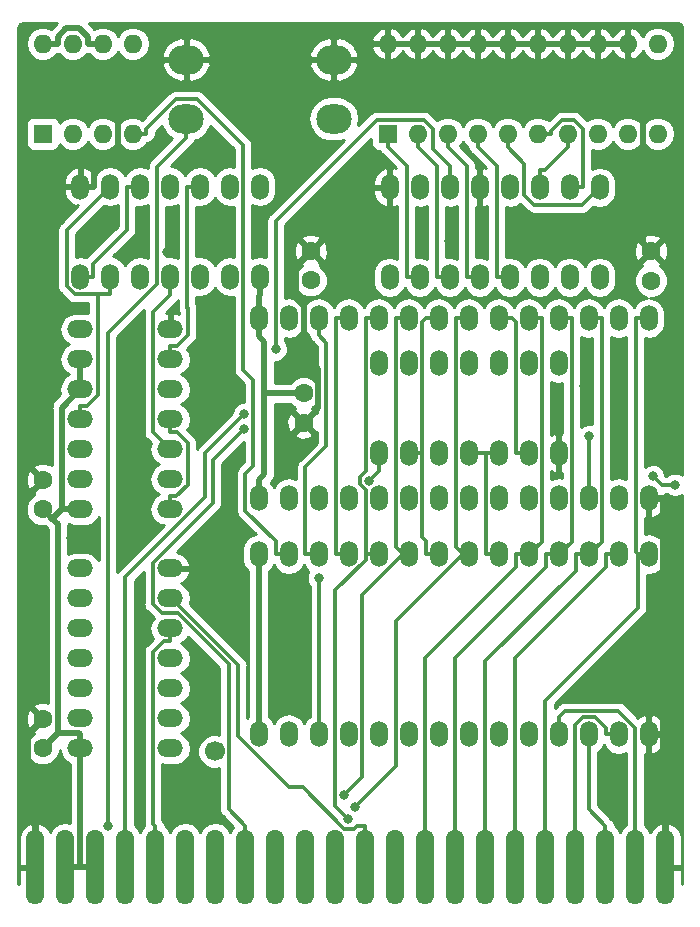
<source format=gtl>
G04 #@! TF.GenerationSoftware,KiCad,Pcbnew,(5.0.0-3-g5ebb6b6)*
G04 #@! TF.CreationDate,2019-03-28T16:48:28+01:00*
G04 #@! TF.ProjectId,REX 9628 Extern-Kernel II-8,52455820393632382045787465726E2D,1.01*
G04 #@! TF.SameCoordinates,Original*
G04 #@! TF.FileFunction,Copper,L1,Top,Signal*
G04 #@! TF.FilePolarity,Positive*
%FSLAX46Y46*%
G04 Gerber Fmt 4.6, Leading zero omitted, Abs format (unit mm)*
G04 Created by KiCad (PCBNEW (5.0.0-3-g5ebb6b6)) date Thursday, 28. March 2019 um 16:48:28*
%MOMM*%
%LPD*%
G01*
G04 APERTURE LIST*
G04 #@! TA.AperFunction,ComponentPad*
%ADD10C,1.600000*%
G04 #@! TD*
G04 #@! TA.AperFunction,SMDPad,CuDef*
%ADD11O,1.524000X6.350000*%
G04 #@! TD*
G04 #@! TA.AperFunction,ComponentPad*
%ADD12O,2.200000X1.500000*%
G04 #@! TD*
G04 #@! TA.AperFunction,ComponentPad*
%ADD13O,1.500000X2.200000*%
G04 #@! TD*
G04 #@! TA.AperFunction,ComponentPad*
%ADD14R,1.600000X1.600000*%
G04 #@! TD*
G04 #@! TA.AperFunction,ComponentPad*
%ADD15O,1.600000X1.600000*%
G04 #@! TD*
G04 #@! TA.AperFunction,ComponentPad*
%ADD16C,1.700000*%
G04 #@! TD*
G04 #@! TA.AperFunction,ComponentPad*
%ADD17O,3.000000X2.500000*%
G04 #@! TD*
G04 #@! TA.AperFunction,ViaPad*
%ADD18C,0.800000*%
G04 #@! TD*
G04 #@! TA.AperFunction,Conductor*
%ADD19C,0.500000*%
G04 #@! TD*
G04 #@! TA.AperFunction,Conductor*
%ADD20C,0.300000*%
G04 #@! TD*
G04 #@! TA.AperFunction,Conductor*
%ADD21C,0.254000*%
G04 #@! TD*
G04 APERTURE END LIST*
D10*
G04 #@! TO.P,C1,2*
G04 #@! TO.N,GND*
X121285000Y-112498000D03*
G04 #@! TO.P,C1,1*
G04 #@! TO.N,+5V*
X121285000Y-114998000D03*
G04 #@! TD*
G04 #@! TO.P,C2,1*
G04 #@! TO.N,+5V*
X121285000Y-94742000D03*
G04 #@! TO.P,C2,2*
G04 #@! TO.N,GND*
X121285000Y-92242000D03*
G04 #@! TD*
G04 #@! TO.P,C3,2*
G04 #@! TO.N,GND*
X143967000Y-72874500D03*
G04 #@! TO.P,C3,1*
G04 #@! TO.N,+5V*
X143967000Y-75374500D03*
G04 #@! TD*
G04 #@! TO.P,C4,1*
G04 #@! TO.N,+5V*
X172771000Y-75387200D03*
G04 #@! TO.P,C4,2*
G04 #@! TO.N,GND*
X172771000Y-72887200D03*
G04 #@! TD*
G04 #@! TO.P,C5,1*
G04 #@! TO.N,+5V*
X143358000Y-84912200D03*
G04 #@! TO.P,C5,2*
G04 #@! TO.N,GND*
X143358000Y-87412200D03*
G04 #@! TD*
D11*
G04 #@! TO.P,CN1,11*
G04 #@! TO.N,N/C*
X146050000Y-125069600D03*
G04 #@! TO.P,CN1,12*
G04 #@! TO.N,/BA*
X148590000Y-125069600D03*
G04 #@! TO.P,CN1,13*
G04 #@! TO.N,N/C*
X151130000Y-125069600D03*
G04 #@! TO.P,CN1,14*
G04 #@! TO.N,/D7*
X153670000Y-125069600D03*
G04 #@! TO.P,CN1,15*
G04 #@! TO.N,/D6*
X156210000Y-125069600D03*
G04 #@! TO.P,CN1,16*
G04 #@! TO.N,/D5*
X158750000Y-125069600D03*
G04 #@! TO.P,CN1,17*
G04 #@! TO.N,/D4*
X161290000Y-125069600D03*
G04 #@! TO.P,CN1,18*
G04 #@! TO.N,/D3*
X163830000Y-125069600D03*
G04 #@! TO.P,CN1,19*
G04 #@! TO.N,/D2*
X166370000Y-125069600D03*
G04 #@! TO.P,CN1,20*
G04 #@! TO.N,/D1*
X168910000Y-125069600D03*
G04 #@! TO.P,CN1,21*
G04 #@! TO.N,/D0*
X171450000Y-125069600D03*
G04 #@! TO.P,CN1,22*
G04 #@! TO.N,GND*
X173990000Y-125069600D03*
G04 #@! TO.P,CN1,10*
G04 #@! TO.N,N/C*
X143510000Y-125069600D03*
G04 #@! TO.P,CN1,9*
X140970000Y-125069600D03*
G04 #@! TO.P,CN1,8*
G04 #@! TO.N,/~GAME*
X138430000Y-125069600D03*
G04 #@! TO.P,CN1,7*
G04 #@! TO.N,N/C*
X135890000Y-125069600D03*
G04 #@! TO.P,CN1,6*
X133350000Y-125069600D03*
G04 #@! TO.P,CN1,5*
G04 #@! TO.N,/R~W*
X130810000Y-125069600D03*
G04 #@! TO.P,CN1,4*
G04 #@! TO.N,/~IRQ*
X128270000Y-125069600D03*
G04 #@! TO.P,CN1,3*
G04 #@! TO.N,+5V*
X125730000Y-125069600D03*
G04 #@! TO.P,CN1,2*
X123190000Y-125069600D03*
G04 #@! TO.P,CN1,1*
G04 #@! TO.N,GND*
X120650000Y-125069600D03*
G04 #@! TD*
D12*
G04 #@! TO.P,IC1,14*
G04 #@! TO.N,+5V*
X124460000Y-114998000D03*
G04 #@! TO.P,IC1,13*
G04 #@! TO.N,N/C*
X124460000Y-112458000D03*
G04 #@! TO.P,IC1,12*
X124460000Y-109918000D03*
G04 #@! TO.P,IC1,11*
G04 #@! TO.N,Net-(IC1-Pad11)*
X124460000Y-107378000D03*
G04 #@! TO.P,IC1,10*
G04 #@! TO.N,N/C*
X124460000Y-104838000D03*
G04 #@! TO.P,IC1,9*
X124460000Y-102298000D03*
G04 #@! TO.P,IC1,8*
G04 #@! TO.N,Net-(IC1-Pad8)*
X124460000Y-99758000D03*
G04 #@! TO.P,IC1,7*
G04 #@! TO.N,GND*
X132080000Y-99758000D03*
G04 #@! TO.P,IC1,6*
G04 #@! TO.N,/BA*
X132080000Y-102298000D03*
G04 #@! TO.P,IC1,5*
G04 #@! TO.N,/R~W*
X132080000Y-104838000D03*
G04 #@! TO.P,IC1,4*
G04 #@! TO.N,/A13*
X132080000Y-107378000D03*
G04 #@! TO.P,IC1,3*
G04 #@! TO.N,/A14*
X132080000Y-109918000D03*
G04 #@! TO.P,IC1,2*
G04 #@! TO.N,/A15*
X132080000Y-112458000D03*
G04 #@! TO.P,IC1,1*
G04 #@! TO.N,/Phi2*
X132080000Y-114998000D03*
G04 #@! TD*
G04 #@! TO.P,IC2,1*
G04 #@! TO.N,Net-(IC2-Pad1)*
X132080000Y-94742000D03*
G04 #@! TO.P,IC2,2*
G04 #@! TO.N,Net-(IC2-Pad2)*
X132080000Y-92202000D03*
G04 #@! TO.P,IC2,3*
G04 #@! TO.N,Net-(IC2-Pad3)*
X132080000Y-89662000D03*
G04 #@! TO.P,IC2,4*
G04 #@! TO.N,Net-(IC2-Pad1)*
X132080000Y-87122000D03*
G04 #@! TO.P,IC2,5*
G04 #@! TO.N,Net-(IC2-Pad5)*
X132080000Y-84582000D03*
G04 #@! TO.P,IC2,6*
G04 #@! TO.N,Net-(IC2-Pad6)*
X132080000Y-82042000D03*
G04 #@! TO.P,IC2,7*
G04 #@! TO.N,GND*
X132080000Y-79502000D03*
G04 #@! TO.P,IC2,8*
G04 #@! TO.N,N/C*
X124460000Y-79502000D03*
G04 #@! TO.P,IC2,9*
G04 #@! TO.N,+5V*
X124460000Y-82042000D03*
G04 #@! TO.P,IC2,10*
X124460000Y-84582000D03*
G04 #@! TO.P,IC2,11*
G04 #@! TO.N,Net-(IC2-Pad11)*
X124460000Y-87122000D03*
G04 #@! TO.P,IC2,12*
G04 #@! TO.N,Net-(IC2-Pad12)*
X124460000Y-89662000D03*
G04 #@! TO.P,IC2,13*
G04 #@! TO.N,Net-(IC2-Pad1)*
X124460000Y-92202000D03*
G04 #@! TO.P,IC2,14*
G04 #@! TO.N,+5V*
X124460000Y-94742000D03*
G04 #@! TD*
D13*
G04 #@! TO.P,IC3,14*
G04 #@! TO.N,+5V*
X139675000Y-75044300D03*
G04 #@! TO.P,IC3,13*
G04 #@! TO.N,Net-(IC3-Pad10)*
X137135000Y-75044300D03*
G04 #@! TO.P,IC3,12*
G04 #@! TO.N,Net-(IC2-Pad3)*
X134595000Y-75044300D03*
G04 #@! TO.P,IC3,11*
X132055000Y-75044300D03*
G04 #@! TO.P,IC3,10*
G04 #@! TO.N,Net-(IC3-Pad10)*
X129515000Y-75044300D03*
G04 #@! TO.P,IC3,9*
G04 #@! TO.N,Net-(IC2-Pad11)*
X126975000Y-75044300D03*
G04 #@! TO.P,IC3,8*
G04 #@! TO.N,Net-(IC3-Pad5)*
X124435000Y-75044300D03*
G04 #@! TO.P,IC3,7*
G04 #@! TO.N,GND*
X124435000Y-67424300D03*
G04 #@! TO.P,IC3,6*
G04 #@! TO.N,Net-(IC2-Pad11)*
X126975000Y-67424300D03*
G04 #@! TO.P,IC3,5*
G04 #@! TO.N,Net-(IC3-Pad5)*
X129515000Y-67424300D03*
G04 #@! TO.P,IC3,4*
G04 #@! TO.N,Net-(IC3-Pad1)*
X132055000Y-67424300D03*
G04 #@! TO.P,IC3,3*
G04 #@! TO.N,Net-(IC2-Pad6)*
X134595000Y-67424300D03*
G04 #@! TO.P,IC3,2*
X137135000Y-67424300D03*
G04 #@! TO.P,IC3,1*
G04 #@! TO.N,Net-(IC3-Pad1)*
X139675000Y-67424300D03*
G04 #@! TD*
G04 #@! TO.P,St.1,1*
G04 #@! TO.N,+5V*
X139548000Y-93802200D03*
G04 #@! TO.P,St.1,2*
G04 #@! TO.N,/A12*
X142088000Y-93802200D03*
G04 #@! TO.P,St.1,3*
G04 #@! TO.N,/A7*
X144628000Y-93802200D03*
G04 #@! TO.P,St.1,4*
G04 #@! TO.N,/A6*
X147168000Y-93802200D03*
G04 #@! TO.P,St.1,5*
G04 #@! TO.N,/A5*
X149708000Y-93802200D03*
G04 #@! TO.P,St.1,6*
G04 #@! TO.N,/A4*
X152248000Y-93802200D03*
G04 #@! TO.P,St.1,7*
G04 #@! TO.N,/A3*
X154788000Y-93802200D03*
G04 #@! TO.P,St.1,8*
G04 #@! TO.N,/A2*
X157328000Y-93802200D03*
G04 #@! TO.P,St.1,9*
G04 #@! TO.N,/A1*
X159868000Y-93802200D03*
G04 #@! TO.P,St.1,10*
G04 #@! TO.N,/A0*
X162408000Y-93802200D03*
G04 #@! TO.P,St.1,11*
G04 #@! TO.N,/D0*
X164948000Y-93802200D03*
G04 #@! TO.P,St.1,12*
G04 #@! TO.N,/D1*
X167488000Y-93802200D03*
G04 #@! TO.P,St.1,13*
G04 #@! TO.N,/D2*
X170028000Y-93802200D03*
G04 #@! TO.P,St.1,14*
G04 #@! TO.N,GND*
X172568000Y-93802200D03*
G04 #@! TO.P,St.1,15*
G04 #@! TO.N,/D3*
X172568000Y-78562200D03*
G04 #@! TO.P,St.1,16*
G04 #@! TO.N,/D4*
X170028000Y-78562200D03*
G04 #@! TO.P,St.1,17*
G04 #@! TO.N,/D5*
X167488000Y-78562200D03*
G04 #@! TO.P,St.1,18*
G04 #@! TO.N,/D6*
X164948000Y-78562200D03*
G04 #@! TO.P,St.1,19*
G04 #@! TO.N,/D7*
X162408000Y-78562200D03*
G04 #@! TO.P,St.1,20*
G04 #@! TO.N,Net-(IC5-Pad6)*
X159868000Y-78562200D03*
G04 #@! TO.P,St.1,21*
G04 #@! TO.N,/A10*
X157328000Y-78562200D03*
G04 #@! TO.P,St.1,22*
G04 #@! TO.N,/~ROMH*
X154788000Y-78562200D03*
G04 #@! TO.P,St.1,23*
G04 #@! TO.N,/A11*
X152248000Y-78562200D03*
G04 #@! TO.P,St.1,24*
G04 #@! TO.N,/A9*
X149708000Y-78562200D03*
G04 #@! TO.P,St.1,25*
G04 #@! TO.N,/A8*
X147168000Y-78562200D03*
G04 #@! TO.P,St.1,26*
G04 #@! TO.N,Net-(IC3-Pad10)*
X144628000Y-78562200D03*
G04 #@! TO.P,St.1,27*
G04 #@! TO.N,Net-(SW3-Pad1)*
X142088000Y-78562200D03*
G04 #@! TO.P,St.1,28*
G04 #@! TO.N,+5V*
X139548000Y-78562200D03*
G04 #@! TD*
G04 #@! TO.P,St.2,28*
G04 #@! TO.N,+5V*
X139573000Y-98552000D03*
G04 #@! TO.P,St.2,27*
G04 #@! TO.N,Net-(SW3-Pad3)*
X142113000Y-98552000D03*
G04 #@! TO.P,St.2,26*
G04 #@! TO.N,Net-(IC3-Pad10)*
X144653000Y-98552000D03*
G04 #@! TO.P,St.2,25*
G04 #@! TO.N,/A8*
X147193000Y-98552000D03*
G04 #@! TO.P,St.2,24*
G04 #@! TO.N,/A9*
X149733000Y-98552000D03*
G04 #@! TO.P,St.2,23*
G04 #@! TO.N,/A11*
X152273000Y-98552000D03*
G04 #@! TO.P,St.2,22*
G04 #@! TO.N,/~ROMH*
X154813000Y-98552000D03*
G04 #@! TO.P,St.2,21*
G04 #@! TO.N,/A10*
X157353000Y-98552000D03*
G04 #@! TO.P,St.2,20*
G04 #@! TO.N,Net-(IC2-Pad11)*
X159893000Y-98552000D03*
G04 #@! TO.P,St.2,19*
G04 #@! TO.N,/D7*
X162433000Y-98552000D03*
G04 #@! TO.P,St.2,18*
G04 #@! TO.N,/D6*
X164973000Y-98552000D03*
G04 #@! TO.P,St.2,17*
G04 #@! TO.N,/D5*
X167513000Y-98552000D03*
G04 #@! TO.P,St.2,16*
G04 #@! TO.N,/D4*
X170053000Y-98552000D03*
G04 #@! TO.P,St.2,15*
G04 #@! TO.N,/D3*
X172593000Y-98552000D03*
G04 #@! TO.P,St.2,14*
G04 #@! TO.N,GND*
X172593000Y-113792000D03*
G04 #@! TO.P,St.2,13*
G04 #@! TO.N,/D2*
X170053000Y-113792000D03*
G04 #@! TO.P,St.2,12*
G04 #@! TO.N,/D1*
X167513000Y-113792000D03*
G04 #@! TO.P,St.2,11*
G04 #@! TO.N,/D0*
X164973000Y-113792000D03*
G04 #@! TO.P,St.2,10*
G04 #@! TO.N,/A0*
X162433000Y-113792000D03*
G04 #@! TO.P,St.2,9*
G04 #@! TO.N,/A1*
X159893000Y-113792000D03*
G04 #@! TO.P,St.2,8*
G04 #@! TO.N,/A2*
X157353000Y-113792000D03*
G04 #@! TO.P,St.2,7*
G04 #@! TO.N,/A3*
X154813000Y-113792000D03*
G04 #@! TO.P,St.2,6*
G04 #@! TO.N,/A4*
X152273000Y-113792000D03*
G04 #@! TO.P,St.2,5*
G04 #@! TO.N,/A5*
X149733000Y-113792000D03*
G04 #@! TO.P,St.2,4*
G04 #@! TO.N,/A6*
X147193000Y-113792000D03*
G04 #@! TO.P,St.2,3*
G04 #@! TO.N,/A7*
X144653000Y-113792000D03*
G04 #@! TO.P,St.2,2*
G04 #@! TO.N,/A12*
X142113000Y-113792000D03*
G04 #@! TO.P,St.2,1*
G04 #@! TO.N,+5V*
X139573000Y-113792000D03*
G04 #@! TD*
D14*
G04 #@! TO.P,SW1,1*
G04 #@! TO.N,Net-(IC4-Pad10)*
X150495000Y-62941200D03*
D15*
G04 #@! TO.P,SW1,11*
G04 #@! TO.N,Net-(IC1-Pad8)*
X173355000Y-55321200D03*
G04 #@! TO.P,SW1,2*
G04 #@! TO.N,Net-(IC4-Pad11)*
X153035000Y-62941200D03*
G04 #@! TO.P,SW1,12*
G04 #@! TO.N,GND*
X170815000Y-55321200D03*
G04 #@! TO.P,SW1,3*
G04 #@! TO.N,Net-(IC4-Pad12)*
X155575000Y-62941200D03*
G04 #@! TO.P,SW1,13*
G04 #@! TO.N,GND*
X168275000Y-55321200D03*
G04 #@! TO.P,SW1,4*
G04 #@! TO.N,Net-(IC4-Pad13)*
X158115000Y-62941200D03*
G04 #@! TO.P,SW1,14*
G04 #@! TO.N,GND*
X165735000Y-55321200D03*
G04 #@! TO.P,SW1,5*
G04 #@! TO.N,Net-(IC4-Pad1)*
X160655000Y-62941200D03*
G04 #@! TO.P,SW1,15*
G04 #@! TO.N,GND*
X163195000Y-55321200D03*
G04 #@! TO.P,SW1,6*
G04 #@! TO.N,Net-(IC4-Pad2)*
X163195000Y-62941200D03*
G04 #@! TO.P,SW1,16*
G04 #@! TO.N,GND*
X160655000Y-55321200D03*
G04 #@! TO.P,SW1,7*
G04 #@! TO.N,Net-(IC4-Pad3)*
X165735000Y-62941200D03*
G04 #@! TO.P,SW1,17*
G04 #@! TO.N,GND*
X158115000Y-55321200D03*
G04 #@! TO.P,SW1,8*
G04 #@! TO.N,Net-(IC4-Pad4)*
X168275000Y-62941200D03*
G04 #@! TO.P,SW1,18*
G04 #@! TO.N,GND*
X155575000Y-55321200D03*
G04 #@! TO.P,SW1,9*
G04 #@! TO.N,/~IRQ*
X170815000Y-62941200D03*
G04 #@! TO.P,SW1,19*
G04 #@! TO.N,GND*
X153035000Y-55321200D03*
G04 #@! TO.P,SW1,10*
G04 #@! TO.N,/~GAME*
X173355000Y-62941200D03*
G04 #@! TO.P,SW1,20*
G04 #@! TO.N,GND*
X150495000Y-55321200D03*
G04 #@! TD*
D14*
G04 #@! TO.P,SW3,1*
G04 #@! TO.N,Net-(SW3-Pad1)*
X121285000Y-62941200D03*
D15*
G04 #@! TO.P,SW3,5*
G04 #@! TO.N,Net-(IC3-Pad1)*
X128905000Y-55321200D03*
G04 #@! TO.P,SW3,2*
G04 #@! TO.N,Net-(SW3-Pad1)*
X123825000Y-62941200D03*
G04 #@! TO.P,SW3,6*
G04 #@! TO.N,+5V*
X126365000Y-55321200D03*
G04 #@! TO.P,SW3,3*
G04 #@! TO.N,Net-(SW3-Pad3)*
X126365000Y-62941200D03*
G04 #@! TO.P,SW3,7*
G04 #@! TO.N,Net-(IC3-Pad1)*
X123825000Y-55321200D03*
G04 #@! TO.P,SW3,4*
G04 #@! TO.N,Net-(SW3-Pad3)*
X128905000Y-62941200D03*
G04 #@! TO.P,SW3,8*
G04 #@! TO.N,+5V*
X121285000Y-55321200D03*
G04 #@! TD*
D16*
G04 #@! TO.P,TP1,1*
G04 #@! TO.N,Net-(IC1-Pad11)*
X135826000Y-115252000D03*
G04 #@! TD*
D13*
G04 #@! TO.P,IC4,1*
G04 #@! TO.N,Net-(IC4-Pad1)*
X168427000Y-67487800D03*
G04 #@! TO.P,IC4,2*
G04 #@! TO.N,Net-(IC4-Pad2)*
X165887000Y-67487800D03*
G04 #@! TO.P,IC4,3*
G04 #@! TO.N,Net-(IC4-Pad3)*
X163347000Y-67487800D03*
G04 #@! TO.P,IC4,4*
G04 #@! TO.N,Net-(IC4-Pad4)*
X160807000Y-67487800D03*
G04 #@! TO.P,IC4,5*
G04 #@! TO.N,GND*
X158267000Y-67487800D03*
G04 #@! TO.P,IC4,6*
G04 #@! TO.N,Net-(IC2-Pad12)*
X155727000Y-67487800D03*
G04 #@! TO.P,IC4,7*
G04 #@! TO.N,Net-(IC2-Pad5)*
X153187000Y-67487800D03*
G04 #@! TO.P,IC4,8*
G04 #@! TO.N,GND*
X150647000Y-67487800D03*
G04 #@! TO.P,IC4,9*
G04 #@! TO.N,Net-(IC2-Pad2)*
X150647000Y-75107800D03*
G04 #@! TO.P,IC4,10*
G04 #@! TO.N,Net-(IC4-Pad10)*
X153187000Y-75107800D03*
G04 #@! TO.P,IC4,11*
G04 #@! TO.N,Net-(IC4-Pad11)*
X155727000Y-75107800D03*
G04 #@! TO.P,IC4,12*
G04 #@! TO.N,Net-(IC4-Pad12)*
X158267000Y-75107800D03*
G04 #@! TO.P,IC4,13*
G04 #@! TO.N,Net-(IC4-Pad13)*
X160807000Y-75107800D03*
G04 #@! TO.P,IC4,14*
G04 #@! TO.N,N/C*
X163347000Y-75107800D03*
G04 #@! TO.P,IC4,15*
X165887000Y-75107800D03*
G04 #@! TO.P,IC4,16*
G04 #@! TO.N,+5V*
X168427000Y-75107800D03*
G04 #@! TD*
G04 #@! TO.P,IC5,1*
G04 #@! TO.N,/~ROMH*
X149708000Y-89992200D03*
G04 #@! TO.P,IC5,2*
X152248000Y-89992200D03*
G04 #@! TO.P,IC5,3*
G04 #@! TO.N,Net-(IC2-Pad1)*
X154788000Y-89992200D03*
G04 #@! TO.P,IC5,4*
G04 #@! TO.N,Net-(IC2-Pad11)*
X157328000Y-89992200D03*
G04 #@! TO.P,IC5,5*
X159868000Y-89992200D03*
G04 #@! TO.P,IC5,6*
G04 #@! TO.N,Net-(IC5-Pad6)*
X162408000Y-89992200D03*
G04 #@! TO.P,IC5,7*
G04 #@! TO.N,GND*
X164948000Y-89992200D03*
G04 #@! TO.P,IC5,8*
G04 #@! TO.N,N/C*
X164948000Y-82372200D03*
G04 #@! TO.P,IC5,9*
G04 #@! TO.N,+5V*
X162408000Y-82372200D03*
G04 #@! TO.P,IC5,10*
X159868000Y-82372200D03*
G04 #@! TO.P,IC5,11*
G04 #@! TO.N,N/C*
X157328000Y-82372200D03*
G04 #@! TO.P,IC5,12*
G04 #@! TO.N,+5V*
X154788000Y-82372200D03*
G04 #@! TO.P,IC5,13*
X152248000Y-82372200D03*
G04 #@! TO.P,IC5,14*
X149708000Y-82372200D03*
G04 #@! TD*
D17*
G04 #@! TO.P,SW2,1*
G04 #@! TO.N,/~RESET*
X133423000Y-61671200D03*
G04 #@! TO.P,SW2,2*
G04 #@! TO.N,GND*
X133423000Y-56671200D03*
G04 #@! TO.P,SW2,1*
G04 #@! TO.N,/~RESET*
X145923000Y-61671200D03*
G04 #@! TO.P,SW2,2*
G04 #@! TO.N,GND*
X145923000Y-56671200D03*
G04 #@! TD*
D18*
G04 #@! TO.N,GND*
X169735500Y-117538500D03*
X125635300Y-70860000D03*
X129667000Y-72707500D03*
X135509000Y-64325500D03*
X134620000Y-77152500D03*
X128270000Y-80391000D03*
X170053000Y-82423000D03*
X129540000Y-102679500D03*
X123634500Y-97155000D03*
X173793300Y-96329500D03*
X170053000Y-106807000D03*
X138112500Y-104457500D03*
X128333500Y-93408500D03*
X128651000Y-88519000D03*
X136144000Y-80772000D03*
X137541000Y-90424000D03*
X137033000Y-94678500D03*
X128143000Y-64960500D03*
X127635000Y-61214000D03*
X129476500Y-120015000D03*
X129540000Y-109220000D03*
X141224000Y-101155500D03*
X135318500Y-109029500D03*
X167132000Y-84328000D03*
X153352500Y-71056500D03*
X155638500Y-72072500D03*
X131762500Y-72961500D03*
X132270500Y-70294500D03*
X135318500Y-72453500D03*
G04 #@! TO.N,/D1*
X167558300Y-88558400D03*
X172956000Y-91959600D03*
X174808000Y-92676700D03*
G04 #@! TO.N,/~GAME*
X138345100Y-87941900D03*
G04 #@! TO.N,/~IRQ*
X138311300Y-86688300D03*
G04 #@! TO.N,/A9*
X147145700Y-120990900D03*
G04 #@! TO.N,/A7*
X144653000Y-100539700D03*
G04 #@! TO.N,/A11*
X146781300Y-118955300D03*
G04 #@! TO.N,/A10*
X147718000Y-119918600D03*
G04 #@! TO.N,/~RESET*
X126806400Y-121544300D03*
G04 #@! TO.N,/~ROMH*
X148887900Y-92327700D03*
G04 #@! TO.N,Net-(IC2-Pad12)*
X140987600Y-81208500D03*
G04 #@! TD*
D19*
G04 #@! TO.N,GND*
X153035000Y-55321200D02*
X155575000Y-55321200D01*
X170815000Y-55321200D02*
X170815000Y-56571500D01*
X170815000Y-56571500D02*
X172065300Y-57821800D01*
X172065300Y-57821800D02*
X172065300Y-72181500D01*
X172065300Y-72181500D02*
X172771000Y-72887200D01*
X121285000Y-112498000D02*
X120028900Y-113754100D01*
X120028900Y-113754100D02*
X120028900Y-120823200D01*
X120028900Y-120823200D02*
X120650000Y-121444300D01*
X120650000Y-125069600D02*
X120650000Y-121444300D01*
X143358000Y-87412200D02*
X144615400Y-86154800D01*
X144615400Y-86154800D02*
X144615400Y-82832000D01*
X144615400Y-82832000D02*
X143358000Y-81574600D01*
X143358000Y-81574600D02*
X143358000Y-77511200D01*
X143358000Y-77511200D02*
X142693700Y-76846900D01*
X142693700Y-76846900D02*
X142693700Y-74147800D01*
X142693700Y-74147800D02*
X143967000Y-72874500D01*
X172568000Y-93802200D02*
X173768300Y-93802200D01*
X173793300Y-113792000D02*
X173793300Y-96329500D01*
X173793300Y-93827200D02*
X173768300Y-93802200D01*
X173618200Y-113792000D02*
X173793300Y-113792000D01*
X172593000Y-113792000D02*
X173618200Y-113792000D01*
X133423000Y-56671200D02*
X131472700Y-56671200D01*
X124435000Y-67424300D02*
X125635300Y-67424300D01*
X125635300Y-67424300D02*
X125635300Y-66224000D01*
X125635300Y-66224000D02*
X127635000Y-64224300D01*
X127635000Y-64224300D02*
X127635000Y-61214000D01*
X127635000Y-60508900D02*
X131472700Y-56671200D01*
X173990000Y-125069600D02*
X173990000Y-121444300D01*
X173793300Y-113792000D02*
X173793300Y-121247600D01*
X173793300Y-121247600D02*
X173990000Y-121444300D01*
X173793300Y-96329500D02*
X173793300Y-93827200D01*
X127635000Y-61214000D02*
X127635000Y-60508900D01*
G04 #@! TO.N,+5V*
X124460000Y-84582000D02*
X122909700Y-86132300D01*
X122909700Y-86132300D02*
X122909700Y-94742000D01*
X124460000Y-84582000D02*
X124460000Y-82042000D01*
X122097400Y-95554300D02*
X122569700Y-96026700D01*
X122569700Y-96026700D02*
X122569700Y-113713300D01*
X121285000Y-94742000D02*
X122097400Y-95554300D01*
X122909700Y-94742000D02*
X122097400Y-95554300D01*
X124460000Y-94742000D02*
X122909700Y-94742000D01*
X139548000Y-78562200D02*
X139548000Y-80112500D01*
X140045400Y-84912200D02*
X140045400Y-91754500D01*
X140045400Y-91754500D02*
X139548000Y-92251900D01*
X139548000Y-80112500D02*
X140045400Y-80609900D01*
X140045400Y-80609900D02*
X140045400Y-84912200D01*
X143358000Y-84912200D02*
X140045400Y-84912200D01*
X139675000Y-76594600D02*
X139548000Y-76721600D01*
X139548000Y-76721600D02*
X139548000Y-78562200D01*
X139548000Y-93802200D02*
X139548000Y-92251900D01*
X139573000Y-98552000D02*
X139573000Y-113792000D01*
X126365000Y-55321200D02*
X125114700Y-55321200D01*
X121285000Y-55321200D02*
X122535300Y-55321200D01*
X122535300Y-55321200D02*
X122535300Y-54774200D01*
X122535300Y-54774200D02*
X123279700Y-54029800D01*
X123279700Y-54029800D02*
X124367200Y-54029800D01*
X124367200Y-54029800D02*
X125114700Y-54777300D01*
X125114700Y-54777300D02*
X125114700Y-55321200D01*
X122569700Y-113713300D02*
X121285000Y-114998000D01*
X122569700Y-113713300D02*
X124375600Y-113713300D01*
X124375600Y-113713300D02*
X124460000Y-113797700D01*
X124460000Y-114998000D02*
X124460000Y-113797700D01*
X124460000Y-125069600D02*
X125730000Y-125069600D01*
X123190000Y-125069600D02*
X124460000Y-125069600D01*
X124460000Y-125069600D02*
X124460000Y-116198300D01*
X124460000Y-114998000D02*
X124460000Y-116198300D01*
X139675000Y-75044300D02*
X139675000Y-76594600D01*
D20*
G04 #@! TO.N,/BA*
X148590000Y-125069600D02*
X148590000Y-121544300D01*
X132080000Y-102298000D02*
X132168400Y-102298000D01*
X132168400Y-102298000D02*
X137822700Y-107952300D01*
X137822700Y-107952300D02*
X137822700Y-113958200D01*
X137822700Y-113958200D02*
X142140800Y-118276300D01*
X142140800Y-118276300D02*
X143306400Y-118276300D01*
X143306400Y-118276300D02*
X146818800Y-121788700D01*
X146818800Y-121788700D02*
X147633200Y-121788700D01*
X147633200Y-121788700D02*
X147877600Y-121544300D01*
X147877600Y-121544300D02*
X148590000Y-121544300D01*
G04 #@! TO.N,/D7*
X162433000Y-98552000D02*
X161332700Y-98552000D01*
X161332700Y-98552000D02*
X161332700Y-99652300D01*
X161332700Y-99652300D02*
X153670000Y-107315000D01*
X153670000Y-107315000D02*
X153670000Y-125069600D01*
X163508300Y-78562200D02*
X163508300Y-97476700D01*
X163508300Y-97476700D02*
X162433000Y-98552000D01*
X162408000Y-78562200D02*
X163508300Y-78562200D01*
G04 #@! TO.N,/D6*
X164973000Y-98552000D02*
X163872700Y-98552000D01*
X163872700Y-98552000D02*
X163872700Y-99652300D01*
X163872700Y-99652300D02*
X156210000Y-107315000D01*
X156210000Y-107315000D02*
X156210000Y-125069600D01*
X166048300Y-78562200D02*
X166048300Y-97476700D01*
X166048300Y-97476700D02*
X164973000Y-98552000D01*
X164948000Y-78562200D02*
X166048300Y-78562200D01*
G04 #@! TO.N,/D5*
X158750000Y-125069600D02*
X158750000Y-107607900D01*
X158750000Y-107607900D02*
X166412700Y-99945200D01*
X166412700Y-99945200D02*
X166412700Y-98552000D01*
X167513000Y-98552000D02*
X166412700Y-98552000D01*
X168588300Y-78562200D02*
X168588300Y-97476700D01*
X168588300Y-97476700D02*
X167513000Y-98552000D01*
X167488000Y-78562200D02*
X168588300Y-78562200D01*
G04 #@! TO.N,/D4*
X170053000Y-98552000D02*
X168952700Y-98552000D01*
X168952700Y-98552000D02*
X168952700Y-99652300D01*
X168952700Y-99652300D02*
X161290000Y-107315000D01*
X161290000Y-107315000D02*
X161290000Y-125069600D01*
G04 #@! TO.N,/D3*
X171467700Y-78562200D02*
X171467700Y-98358000D01*
X171467700Y-98358000D02*
X171661700Y-98552000D01*
X171661700Y-98552000D02*
X171661700Y-103112000D01*
X171661700Y-103112000D02*
X163830000Y-110943700D01*
X163830000Y-110943700D02*
X163830000Y-125069600D01*
X172593000Y-98552000D02*
X171661700Y-98552000D01*
X172568000Y-78562200D02*
X171467700Y-78562200D01*
G04 #@! TO.N,/D2*
X170053000Y-113792000D02*
X168952700Y-113792000D01*
X166370000Y-125069600D02*
X166370000Y-113000300D01*
X166370000Y-113000300D02*
X167029300Y-112341000D01*
X167029300Y-112341000D02*
X168005400Y-112341000D01*
X168005400Y-112341000D02*
X168952700Y-113288300D01*
X168952700Y-113288300D02*
X168952700Y-113792000D01*
G04 #@! TO.N,/D1*
X167488000Y-93802200D02*
X167488000Y-88628700D01*
X167488000Y-88628700D02*
X167558300Y-88558400D01*
X174808000Y-92676700D02*
X173673100Y-92676700D01*
X173673100Y-92676700D02*
X172956000Y-91959600D01*
X168910000Y-125069600D02*
X168910000Y-121544300D01*
X167513000Y-113792000D02*
X167513000Y-120147300D01*
X167513000Y-120147300D02*
X168910000Y-121544300D01*
G04 #@! TO.N,/D0*
X164973000Y-113792000D02*
X164973000Y-112341700D01*
X164973000Y-112341700D02*
X165475400Y-111839300D01*
X165475400Y-111839300D02*
X170022100Y-111839300D01*
X170022100Y-111839300D02*
X171450000Y-113267200D01*
X171450000Y-113267200D02*
X171450000Y-125069600D01*
G04 #@! TO.N,/~GAME*
X138430000Y-121544300D02*
X137026400Y-120140700D01*
X137026400Y-120140700D02*
X137026400Y-107863700D01*
X137026400Y-107863700D02*
X132730700Y-103568000D01*
X132730700Y-103568000D02*
X131397800Y-103568000D01*
X131397800Y-103568000D02*
X130598300Y-102768500D01*
X130598300Y-102768500D02*
X130598300Y-99294400D01*
X130598300Y-99294400D02*
X135712000Y-94180700D01*
X135712000Y-94180700D02*
X135712000Y-90575000D01*
X135712000Y-90575000D02*
X138345100Y-87941900D01*
X138430000Y-125069600D02*
X138430000Y-121544300D01*
G04 #@! TO.N,/R~W*
X130810000Y-125069600D02*
X130810000Y-121544300D01*
X132080000Y-104838000D02*
X132080000Y-105938300D01*
X132080000Y-105938300D02*
X131529800Y-105938300D01*
X131529800Y-105938300D02*
X130629000Y-106839100D01*
X130629000Y-106839100D02*
X130629000Y-121363300D01*
X130629000Y-121363300D02*
X130810000Y-121544300D01*
G04 #@! TO.N,/~IRQ*
X138311300Y-86688300D02*
X135034900Y-89964700D01*
X135034900Y-89964700D02*
X135034900Y-93707900D01*
X135034900Y-93707900D02*
X128270000Y-100472800D01*
X128270000Y-100472800D02*
X128270000Y-125069600D01*
G04 #@! TO.N,/A8*
X147168000Y-78562200D02*
X146067700Y-78562200D01*
X147193000Y-98552000D02*
X146092700Y-98552000D01*
X146092700Y-98552000D02*
X146067700Y-98527000D01*
X146067700Y-98527000D02*
X146067700Y-78562200D01*
G04 #@! TO.N,/A9*
X148620200Y-98552000D02*
X148620200Y-99032800D01*
X148620200Y-99032800D02*
X146030900Y-101622100D01*
X146030900Y-101622100D02*
X146030900Y-119876100D01*
X146030900Y-119876100D02*
X147145700Y-120990900D01*
X148607700Y-78562200D02*
X148607700Y-91546900D01*
X148607700Y-91546900D02*
X148137600Y-92017000D01*
X148137600Y-92017000D02*
X148137600Y-92638400D01*
X148137600Y-92638400D02*
X148607600Y-93108400D01*
X148607600Y-93108400D02*
X148607700Y-93108400D01*
X148607700Y-93108400D02*
X148607700Y-98539500D01*
X148607700Y-98539500D02*
X148620200Y-98552000D01*
X148620200Y-98552000D02*
X148632700Y-98552000D01*
X149708000Y-78562200D02*
X148607700Y-78562200D01*
X149733000Y-98552000D02*
X148632700Y-98552000D01*
G04 #@! TO.N,/A7*
X144653000Y-113792000D02*
X144653000Y-100539700D01*
G04 #@! TO.N,/A11*
X151779200Y-98552000D02*
X151147700Y-97920500D01*
X151147700Y-97920500D02*
X151147700Y-78562200D01*
X152248000Y-78562200D02*
X151147700Y-78562200D01*
X151779200Y-98552000D02*
X148323600Y-102007600D01*
X148323600Y-102007600D02*
X148323600Y-117413000D01*
X148323600Y-117413000D02*
X146781300Y-118955300D01*
X152273000Y-98552000D02*
X151779200Y-98552000D01*
G04 #@! TO.N,/A10*
X156859200Y-98552000D02*
X151172600Y-104238600D01*
X151172600Y-104238600D02*
X151172600Y-116464000D01*
X151172600Y-116464000D02*
X147718000Y-119918600D01*
X156859200Y-98552000D02*
X156227700Y-97920500D01*
X156227700Y-97920500D02*
X156227700Y-78562200D01*
X157328000Y-78562200D02*
X156227700Y-78562200D01*
X157353000Y-98552000D02*
X156859200Y-98552000D01*
G04 #@! TO.N,/~RESET*
X133423000Y-63271500D02*
X130954600Y-65739900D01*
X130954600Y-65739900D02*
X130954600Y-75669300D01*
X130954600Y-75669300D02*
X126806400Y-79817500D01*
X126806400Y-79817500D02*
X126806400Y-121544300D01*
X133423000Y-61671200D02*
X133423000Y-63271500D01*
G04 #@! TO.N,/~ROMH*
X149708000Y-89992200D02*
X149708000Y-91507600D01*
X149708000Y-91507600D02*
X148887900Y-92327700D01*
X154813000Y-98552000D02*
X153712700Y-98552000D01*
X154788000Y-78562200D02*
X153687700Y-78562200D01*
X153348300Y-89992200D02*
X153348300Y-78901600D01*
X153348300Y-78901600D02*
X153687700Y-78562200D01*
X153223200Y-89992200D02*
X153348300Y-89992200D01*
X152248000Y-89992200D02*
X153223200Y-89992200D01*
X153348300Y-89992200D02*
X153348300Y-97087300D01*
X153348300Y-97087300D02*
X153712700Y-97451700D01*
X153712700Y-97451700D02*
X153712700Y-98552000D01*
G04 #@! TO.N,Net-(IC2-Pad3)*
X132080000Y-89662000D02*
X130616400Y-88198400D01*
X130616400Y-88198400D02*
X130616400Y-78072700D01*
X130616400Y-78072700D02*
X132055000Y-76634100D01*
X132055000Y-76634100D02*
X132055000Y-75044300D01*
G04 #@! TO.N,Net-(IC2-Pad6)*
X134595000Y-67424300D02*
X133494700Y-67424300D01*
X132080000Y-82042000D02*
X132080000Y-80941700D01*
X132080000Y-80941700D02*
X132630100Y-80941700D01*
X132630100Y-80941700D02*
X133561700Y-80010100D01*
X133561700Y-80010100D02*
X133561700Y-77747700D01*
X133561700Y-77747700D02*
X133494700Y-77680700D01*
X133494700Y-77680700D02*
X133494700Y-67424300D01*
G04 #@! TO.N,Net-(IC2-Pad11)*
X126975000Y-75044300D02*
X126975000Y-76494600D01*
X125931100Y-76530800D02*
X123982900Y-76530800D01*
X123982900Y-76530800D02*
X123310900Y-75858800D01*
X123310900Y-75858800D02*
X123310900Y-71088400D01*
X123310900Y-71088400D02*
X126975000Y-67424300D01*
X126975000Y-76494600D02*
X125967300Y-76494600D01*
X125967300Y-76494600D02*
X125931100Y-76530800D01*
X125931100Y-76530800D02*
X125931100Y-85100700D01*
X125931100Y-85100700D02*
X125010100Y-86021700D01*
X125010100Y-86021700D02*
X124460000Y-86021700D01*
X158767700Y-89992200D02*
X157328000Y-89992200D01*
X159317900Y-89992200D02*
X158767700Y-89992200D01*
X159868000Y-89992200D02*
X159317900Y-89992200D01*
X159893000Y-98552000D02*
X158792700Y-98552000D01*
X158767700Y-89992200D02*
X158767700Y-98527000D01*
X158767700Y-98527000D02*
X158792700Y-98552000D01*
X124460000Y-87122000D02*
X124460000Y-86021700D01*
G04 #@! TO.N,Net-(IC3-Pad5)*
X124435000Y-75044300D02*
X125535300Y-75044300D01*
X129515000Y-67424300D02*
X128414700Y-67424300D01*
X128414700Y-67424300D02*
X128414700Y-71064600D01*
X128414700Y-71064600D02*
X125535300Y-73944000D01*
X125535300Y-73944000D02*
X125535300Y-75044300D01*
G04 #@! TO.N,Net-(IC4-Pad10)*
X150495000Y-62941200D02*
X150495000Y-64091500D01*
X153187000Y-75107800D02*
X152086700Y-75107800D01*
X152086700Y-75107800D02*
X152086700Y-65683200D01*
X152086700Y-65683200D02*
X150495000Y-64091500D01*
G04 #@! TO.N,Net-(IC4-Pad11)*
X153035000Y-62941200D02*
X153035000Y-64091500D01*
X155727000Y-75107800D02*
X154626700Y-75107800D01*
X154626700Y-75107800D02*
X154626700Y-65683200D01*
X154626700Y-65683200D02*
X153035000Y-64091500D01*
G04 #@! TO.N,Net-(IC4-Pad12)*
X155575000Y-62941200D02*
X155575000Y-64091500D01*
X158267000Y-75107800D02*
X157166700Y-75107800D01*
X157166700Y-75107800D02*
X157166700Y-65683200D01*
X157166700Y-65683200D02*
X155575000Y-64091500D01*
G04 #@! TO.N,Net-(IC4-Pad13)*
X158115000Y-62941200D02*
X158115000Y-64091500D01*
X160807000Y-75107800D02*
X159706700Y-75107800D01*
X159706700Y-75107800D02*
X159706700Y-65683200D01*
X159706700Y-65683200D02*
X158115000Y-64091500D01*
G04 #@! TO.N,Net-(IC2-Pad1)*
X132080000Y-94742000D02*
X132080000Y-93641700D01*
X132080000Y-87122000D02*
X132080000Y-88222300D01*
X132080000Y-88222300D02*
X132630100Y-88222300D01*
X132630100Y-88222300D02*
X133543700Y-89135900D01*
X133543700Y-89135900D02*
X133543700Y-92681700D01*
X133543700Y-92681700D02*
X132583700Y-93641700D01*
X132583700Y-93641700D02*
X132080000Y-93641700D01*
G04 #@! TO.N,Net-(IC2-Pad12)*
X155727000Y-67487800D02*
X155727000Y-65648300D01*
X155727000Y-65648300D02*
X154305000Y-64226300D01*
X154305000Y-64226300D02*
X154305000Y-62566500D01*
X154305000Y-62566500D02*
X153528100Y-61789600D01*
X153528100Y-61789600D02*
X149551000Y-61789600D01*
X149551000Y-61789600D02*
X140987600Y-70353000D01*
X140987600Y-70353000D02*
X140987600Y-81208500D01*
G04 #@! TO.N,Net-(IC4-Pad1)*
X160655000Y-62941200D02*
X160655000Y-64091500D01*
X168427000Y-67487800D02*
X166958100Y-68956700D01*
X166958100Y-68956700D02*
X162891800Y-68956700D01*
X162891800Y-68956700D02*
X162044600Y-68109500D01*
X162044600Y-68109500D02*
X162044600Y-65481100D01*
X162044600Y-65481100D02*
X160655000Y-64091500D01*
G04 #@! TO.N,Net-(IC4-Pad2)*
X163195000Y-62941200D02*
X164345300Y-62941200D01*
X165887000Y-67487800D02*
X166987300Y-67487800D01*
X166987300Y-67487800D02*
X166987300Y-62546700D01*
X166987300Y-62546700D02*
X166226600Y-61786000D01*
X166226600Y-61786000D02*
X165262100Y-61786000D01*
X165262100Y-61786000D02*
X164345300Y-62702800D01*
X164345300Y-62702800D02*
X164345300Y-62941200D01*
G04 #@! TO.N,Net-(IC4-Pad3)*
X163347000Y-67487800D02*
X163347000Y-66037500D01*
X165735000Y-62941200D02*
X165735000Y-64091500D01*
X163347000Y-66037500D02*
X163789000Y-66037500D01*
X163789000Y-66037500D02*
X165735000Y-64091500D01*
G04 #@! TO.N,Net-(IC5-Pad6)*
X159868000Y-78562200D02*
X160968300Y-78562200D01*
X162408000Y-89992200D02*
X161307700Y-89992200D01*
X161307700Y-89992200D02*
X161307700Y-78901600D01*
X161307700Y-78901600D02*
X160968300Y-78562200D01*
G04 #@! TO.N,Net-(SW3-Pad3)*
X142113000Y-98552000D02*
X141012700Y-98552000D01*
X128905000Y-62941200D02*
X130055300Y-62941200D01*
X130055300Y-62941200D02*
X130055300Y-62509800D01*
X130055300Y-62509800D02*
X132531700Y-60033400D01*
X132531700Y-60033400D02*
X134345500Y-60033400D01*
X134345500Y-60033400D02*
X138253700Y-63941600D01*
X138253700Y-63941600D02*
X138253700Y-82977900D01*
X138253700Y-82977900D02*
X139095500Y-83819700D01*
X139095500Y-83819700D02*
X139095500Y-91059600D01*
X139095500Y-91059600D02*
X138426600Y-91728500D01*
X138426600Y-91728500D02*
X138426600Y-94865600D01*
X138426600Y-94865600D02*
X141012700Y-97451700D01*
X141012700Y-97451700D02*
X141012700Y-98552000D01*
G04 #@! TO.N,Net-(IC3-Pad10)*
X144628000Y-78562200D02*
X144628000Y-80012500D01*
X144653000Y-98552000D02*
X143552700Y-98552000D01*
X143552700Y-98552000D02*
X143524700Y-98524000D01*
X143524700Y-98524000D02*
X143524700Y-91179600D01*
X143524700Y-91179600D02*
X145273800Y-89430500D01*
X145273800Y-89430500D02*
X145273800Y-80658300D01*
X145273800Y-80658300D02*
X144628000Y-80012500D01*
G04 #@! TD*
D21*
G04 #@! TO.N,GND*
G36*
X174221720Y-93554131D02*
X174602126Y-93711700D01*
X175013874Y-93711700D01*
X175394280Y-93554131D01*
X175439000Y-93509411D01*
X175439000Y-126492000D01*
X175387000Y-126492000D01*
X175387000Y-125196600D01*
X174117000Y-125196600D01*
X174117000Y-125216600D01*
X173863000Y-125216600D01*
X173863000Y-125196600D01*
X173843000Y-125196600D01*
X173843000Y-124942600D01*
X173863000Y-124942600D01*
X173863000Y-121424880D01*
X174117000Y-121424880D01*
X174117000Y-124942600D01*
X175387000Y-124942600D01*
X175387000Y-122529600D01*
X175232059Y-122004659D01*
X174888026Y-121578970D01*
X174407277Y-121317340D01*
X174333070Y-121302380D01*
X174117000Y-121424880D01*
X173863000Y-121424880D01*
X173646930Y-121302380D01*
X173572723Y-121317340D01*
X173091974Y-121578970D01*
X172747941Y-122004659D01*
X172731580Y-122060089D01*
X172457180Y-121649420D01*
X172235000Y-121500964D01*
X172235000Y-115480991D01*
X172251815Y-115484318D01*
X172466000Y-115361656D01*
X172466000Y-113919000D01*
X172720000Y-113919000D01*
X172720000Y-115361656D01*
X172934185Y-115484318D01*
X173005684Y-115470173D01*
X173482540Y-115211145D01*
X173823972Y-114789349D01*
X173978000Y-114269000D01*
X173978000Y-113919000D01*
X172720000Y-113919000D01*
X172466000Y-113919000D01*
X172446000Y-113919000D01*
X172446000Y-113665000D01*
X172466000Y-113665000D01*
X172466000Y-112222344D01*
X172720000Y-112222344D01*
X172720000Y-113665000D01*
X173978000Y-113665000D01*
X173978000Y-113315000D01*
X173823972Y-112794651D01*
X173482540Y-112372855D01*
X173005684Y-112113827D01*
X172934185Y-112099682D01*
X172720000Y-112222344D01*
X172466000Y-112222344D01*
X172251815Y-112099682D01*
X172180316Y-112113827D01*
X171703460Y-112372855D01*
X171686618Y-112393661D01*
X170631849Y-111338892D01*
X170588053Y-111273347D01*
X170328392Y-111099846D01*
X170099416Y-111054300D01*
X170099412Y-111054300D01*
X170022100Y-111038922D01*
X169944788Y-111054300D01*
X165552712Y-111054300D01*
X165475400Y-111038922D01*
X165398088Y-111054300D01*
X165398084Y-111054300D01*
X165169108Y-111099846D01*
X164974991Y-111229551D01*
X164974989Y-111229553D01*
X164909447Y-111273347D01*
X164865653Y-111338890D01*
X164615000Y-111589543D01*
X164615000Y-111268857D01*
X172162111Y-103721747D01*
X172227653Y-103677953D01*
X172271447Y-103612411D01*
X172271449Y-103612409D01*
X172401153Y-103418293D01*
X172401154Y-103418292D01*
X172446700Y-103189316D01*
X172446700Y-103189312D01*
X172462078Y-103112001D01*
X172446700Y-103034690D01*
X172446700Y-100285032D01*
X172593000Y-100314133D01*
X173133400Y-100206641D01*
X173591529Y-99900529D01*
X173897641Y-99442400D01*
X173978000Y-99038406D01*
X173978000Y-98065593D01*
X173897641Y-97661600D01*
X173591528Y-97203471D01*
X173133399Y-96897359D01*
X172593000Y-96789867D01*
X172252700Y-96857557D01*
X172252700Y-95479694D01*
X172441000Y-95371856D01*
X172441000Y-93929200D01*
X172695000Y-93929200D01*
X172695000Y-95371856D01*
X172909185Y-95494518D01*
X172980684Y-95480373D01*
X173457540Y-95221345D01*
X173798972Y-94799549D01*
X173953000Y-94279200D01*
X173953000Y-93929200D01*
X172695000Y-93929200D01*
X172441000Y-93929200D01*
X172421000Y-93929200D01*
X172421000Y-93675200D01*
X172441000Y-93675200D01*
X172441000Y-93655200D01*
X172695000Y-93655200D01*
X172695000Y-93675200D01*
X173953000Y-93675200D01*
X173953000Y-93461700D01*
X174129289Y-93461700D01*
X174221720Y-93554131D01*
X174221720Y-93554131D01*
G37*
X174221720Y-93554131D02*
X174602126Y-93711700D01*
X175013874Y-93711700D01*
X175394280Y-93554131D01*
X175439000Y-93509411D01*
X175439000Y-126492000D01*
X175387000Y-126492000D01*
X175387000Y-125196600D01*
X174117000Y-125196600D01*
X174117000Y-125216600D01*
X173863000Y-125216600D01*
X173863000Y-125196600D01*
X173843000Y-125196600D01*
X173843000Y-124942600D01*
X173863000Y-124942600D01*
X173863000Y-121424880D01*
X174117000Y-121424880D01*
X174117000Y-124942600D01*
X175387000Y-124942600D01*
X175387000Y-122529600D01*
X175232059Y-122004659D01*
X174888026Y-121578970D01*
X174407277Y-121317340D01*
X174333070Y-121302380D01*
X174117000Y-121424880D01*
X173863000Y-121424880D01*
X173646930Y-121302380D01*
X173572723Y-121317340D01*
X173091974Y-121578970D01*
X172747941Y-122004659D01*
X172731580Y-122060089D01*
X172457180Y-121649420D01*
X172235000Y-121500964D01*
X172235000Y-115480991D01*
X172251815Y-115484318D01*
X172466000Y-115361656D01*
X172466000Y-113919000D01*
X172720000Y-113919000D01*
X172720000Y-115361656D01*
X172934185Y-115484318D01*
X173005684Y-115470173D01*
X173482540Y-115211145D01*
X173823972Y-114789349D01*
X173978000Y-114269000D01*
X173978000Y-113919000D01*
X172720000Y-113919000D01*
X172466000Y-113919000D01*
X172446000Y-113919000D01*
X172446000Y-113665000D01*
X172466000Y-113665000D01*
X172466000Y-112222344D01*
X172720000Y-112222344D01*
X172720000Y-113665000D01*
X173978000Y-113665000D01*
X173978000Y-113315000D01*
X173823972Y-112794651D01*
X173482540Y-112372855D01*
X173005684Y-112113827D01*
X172934185Y-112099682D01*
X172720000Y-112222344D01*
X172466000Y-112222344D01*
X172251815Y-112099682D01*
X172180316Y-112113827D01*
X171703460Y-112372855D01*
X171686618Y-112393661D01*
X170631849Y-111338892D01*
X170588053Y-111273347D01*
X170328392Y-111099846D01*
X170099416Y-111054300D01*
X170099412Y-111054300D01*
X170022100Y-111038922D01*
X169944788Y-111054300D01*
X165552712Y-111054300D01*
X165475400Y-111038922D01*
X165398088Y-111054300D01*
X165398084Y-111054300D01*
X165169108Y-111099846D01*
X164974991Y-111229551D01*
X164974989Y-111229553D01*
X164909447Y-111273347D01*
X164865653Y-111338890D01*
X164615000Y-111589543D01*
X164615000Y-111268857D01*
X172162111Y-103721747D01*
X172227653Y-103677953D01*
X172271447Y-103612411D01*
X172271449Y-103612409D01*
X172401153Y-103418293D01*
X172401154Y-103418292D01*
X172446700Y-103189316D01*
X172446700Y-103189312D01*
X172462078Y-103112001D01*
X172446700Y-103034690D01*
X172446700Y-100285032D01*
X172593000Y-100314133D01*
X173133400Y-100206641D01*
X173591529Y-99900529D01*
X173897641Y-99442400D01*
X173978000Y-99038406D01*
X173978000Y-98065593D01*
X173897641Y-97661600D01*
X173591528Y-97203471D01*
X173133399Y-96897359D01*
X172593000Y-96789867D01*
X172252700Y-96857557D01*
X172252700Y-95479694D01*
X172441000Y-95371856D01*
X172441000Y-93929200D01*
X172695000Y-93929200D01*
X172695000Y-95371856D01*
X172909185Y-95494518D01*
X172980684Y-95480373D01*
X173457540Y-95221345D01*
X173798972Y-94799549D01*
X173953000Y-94279200D01*
X173953000Y-93929200D01*
X172695000Y-93929200D01*
X172441000Y-93929200D01*
X172421000Y-93929200D01*
X172421000Y-93675200D01*
X172441000Y-93675200D01*
X172441000Y-93655200D01*
X172695000Y-93655200D01*
X172695000Y-93675200D01*
X173953000Y-93675200D01*
X173953000Y-93461700D01*
X174129289Y-93461700D01*
X174221720Y-93554131D01*
G36*
X121990908Y-54067014D02*
X121844909Y-53969460D01*
X121426333Y-53886200D01*
X121143667Y-53886200D01*
X120725091Y-53969460D01*
X120250423Y-54286623D01*
X119933260Y-54761291D01*
X119821887Y-55321200D01*
X119933260Y-55881109D01*
X120250423Y-56355777D01*
X120725091Y-56672940D01*
X121143667Y-56756200D01*
X121426333Y-56756200D01*
X121844909Y-56672940D01*
X122319577Y-56355777D01*
X122419521Y-56206200D01*
X122448135Y-56206200D01*
X122535300Y-56223538D01*
X122622464Y-56206200D01*
X122622465Y-56206200D01*
X122682500Y-56194258D01*
X122790423Y-56355777D01*
X123265091Y-56672940D01*
X123683667Y-56756200D01*
X123966333Y-56756200D01*
X124384909Y-56672940D01*
X124859577Y-56355777D01*
X124967500Y-56194258D01*
X125027535Y-56206200D01*
X125027536Y-56206200D01*
X125114700Y-56223538D01*
X125201865Y-56206200D01*
X125230479Y-56206200D01*
X125330423Y-56355777D01*
X125805091Y-56672940D01*
X126223667Y-56756200D01*
X126506333Y-56756200D01*
X126924909Y-56672940D01*
X127399577Y-56355777D01*
X127635000Y-56003442D01*
X127870423Y-56355777D01*
X128345091Y-56672940D01*
X128763667Y-56756200D01*
X129046333Y-56756200D01*
X129464909Y-56672940D01*
X129939577Y-56355777D01*
X130009215Y-56251555D01*
X131335305Y-56251555D01*
X131451428Y-56544200D01*
X133296000Y-56544200D01*
X133296000Y-54940818D01*
X133550000Y-54940818D01*
X133550000Y-56544200D01*
X135394572Y-56544200D01*
X135510695Y-56251555D01*
X143835305Y-56251555D01*
X143951428Y-56544200D01*
X145796000Y-56544200D01*
X145796000Y-54940818D01*
X146050000Y-54940818D01*
X146050000Y-56544200D01*
X147894572Y-56544200D01*
X148010695Y-56251555D01*
X147981221Y-56110589D01*
X147742378Y-55670241D01*
X149103086Y-55670241D01*
X149342611Y-56176334D01*
X149757577Y-56552241D01*
X150145961Y-56713104D01*
X150368000Y-56591115D01*
X150368000Y-55448200D01*
X150622000Y-55448200D01*
X150622000Y-56591115D01*
X150844039Y-56713104D01*
X151232423Y-56552241D01*
X151647389Y-56176334D01*
X151765000Y-55927833D01*
X151882611Y-56176334D01*
X152297577Y-56552241D01*
X152685961Y-56713104D01*
X152908000Y-56591115D01*
X152908000Y-55448200D01*
X153162000Y-55448200D01*
X153162000Y-56591115D01*
X153384039Y-56713104D01*
X153772423Y-56552241D01*
X154187389Y-56176334D01*
X154305000Y-55927833D01*
X154422611Y-56176334D01*
X154837577Y-56552241D01*
X155225961Y-56713104D01*
X155448000Y-56591115D01*
X155448000Y-55448200D01*
X155702000Y-55448200D01*
X155702000Y-56591115D01*
X155924039Y-56713104D01*
X156312423Y-56552241D01*
X156727389Y-56176334D01*
X156845000Y-55927833D01*
X156962611Y-56176334D01*
X157377577Y-56552241D01*
X157765961Y-56713104D01*
X157988000Y-56591115D01*
X157988000Y-55448200D01*
X158242000Y-55448200D01*
X158242000Y-56591115D01*
X158464039Y-56713104D01*
X158852423Y-56552241D01*
X159267389Y-56176334D01*
X159385000Y-55927833D01*
X159502611Y-56176334D01*
X159917577Y-56552241D01*
X160305961Y-56713104D01*
X160528000Y-56591115D01*
X160528000Y-55448200D01*
X160782000Y-55448200D01*
X160782000Y-56591115D01*
X161004039Y-56713104D01*
X161392423Y-56552241D01*
X161807389Y-56176334D01*
X161925000Y-55927833D01*
X162042611Y-56176334D01*
X162457577Y-56552241D01*
X162845961Y-56713104D01*
X163068000Y-56591115D01*
X163068000Y-55448200D01*
X163322000Y-55448200D01*
X163322000Y-56591115D01*
X163544039Y-56713104D01*
X163932423Y-56552241D01*
X164347389Y-56176334D01*
X164465000Y-55927833D01*
X164582611Y-56176334D01*
X164997577Y-56552241D01*
X165385961Y-56713104D01*
X165608000Y-56591115D01*
X165608000Y-55448200D01*
X165862000Y-55448200D01*
X165862000Y-56591115D01*
X166084039Y-56713104D01*
X166472423Y-56552241D01*
X166887389Y-56176334D01*
X167005000Y-55927833D01*
X167122611Y-56176334D01*
X167537577Y-56552241D01*
X167925961Y-56713104D01*
X168148000Y-56591115D01*
X168148000Y-55448200D01*
X168402000Y-55448200D01*
X168402000Y-56591115D01*
X168624039Y-56713104D01*
X169012423Y-56552241D01*
X169427389Y-56176334D01*
X169545000Y-55927833D01*
X169662611Y-56176334D01*
X170077577Y-56552241D01*
X170465961Y-56713104D01*
X170688000Y-56591115D01*
X170688000Y-55448200D01*
X168402000Y-55448200D01*
X168148000Y-55448200D01*
X165862000Y-55448200D01*
X165608000Y-55448200D01*
X163322000Y-55448200D01*
X163068000Y-55448200D01*
X160782000Y-55448200D01*
X160528000Y-55448200D01*
X158242000Y-55448200D01*
X157988000Y-55448200D01*
X155702000Y-55448200D01*
X155448000Y-55448200D01*
X153162000Y-55448200D01*
X152908000Y-55448200D01*
X150622000Y-55448200D01*
X150368000Y-55448200D01*
X149224371Y-55448200D01*
X149103086Y-55670241D01*
X147742378Y-55670241D01*
X147629042Y-55461287D01*
X147055194Y-54996183D01*
X146974219Y-54972159D01*
X149103086Y-54972159D01*
X149224371Y-55194200D01*
X150368000Y-55194200D01*
X150368000Y-54051285D01*
X150622000Y-54051285D01*
X150622000Y-55194200D01*
X152908000Y-55194200D01*
X152908000Y-54051285D01*
X153162000Y-54051285D01*
X153162000Y-55194200D01*
X155448000Y-55194200D01*
X155448000Y-54051285D01*
X155702000Y-54051285D01*
X155702000Y-55194200D01*
X157988000Y-55194200D01*
X157988000Y-54051285D01*
X158242000Y-54051285D01*
X158242000Y-55194200D01*
X160528000Y-55194200D01*
X160528000Y-54051285D01*
X160782000Y-54051285D01*
X160782000Y-55194200D01*
X163068000Y-55194200D01*
X163068000Y-54051285D01*
X163322000Y-54051285D01*
X163322000Y-55194200D01*
X165608000Y-55194200D01*
X165608000Y-54051285D01*
X165862000Y-54051285D01*
X165862000Y-55194200D01*
X168148000Y-55194200D01*
X168148000Y-54051285D01*
X168402000Y-54051285D01*
X168402000Y-55194200D01*
X170688000Y-55194200D01*
X170688000Y-54051285D01*
X170942000Y-54051285D01*
X170942000Y-55194200D01*
X170962000Y-55194200D01*
X170962000Y-55448200D01*
X170942000Y-55448200D01*
X170942000Y-56591115D01*
X171164039Y-56713104D01*
X171552423Y-56552241D01*
X171967389Y-56176334D01*
X172064053Y-55972092D01*
X172320423Y-56355777D01*
X172795091Y-56672940D01*
X173213667Y-56756200D01*
X173496333Y-56756200D01*
X173914909Y-56672940D01*
X174389577Y-56355777D01*
X174706740Y-55881109D01*
X174818113Y-55321200D01*
X174706740Y-54761291D01*
X174389577Y-54286623D01*
X173914909Y-53969460D01*
X173496333Y-53886200D01*
X173213667Y-53886200D01*
X172795091Y-53969460D01*
X172320423Y-54286623D01*
X172064053Y-54670308D01*
X171967389Y-54466066D01*
X171552423Y-54090159D01*
X171164039Y-53929296D01*
X170942000Y-54051285D01*
X170688000Y-54051285D01*
X170465961Y-53929296D01*
X170077577Y-54090159D01*
X169662611Y-54466066D01*
X169545000Y-54714567D01*
X169427389Y-54466066D01*
X169012423Y-54090159D01*
X168624039Y-53929296D01*
X168402000Y-54051285D01*
X168148000Y-54051285D01*
X167925961Y-53929296D01*
X167537577Y-54090159D01*
X167122611Y-54466066D01*
X167005000Y-54714567D01*
X166887389Y-54466066D01*
X166472423Y-54090159D01*
X166084039Y-53929296D01*
X165862000Y-54051285D01*
X165608000Y-54051285D01*
X165385961Y-53929296D01*
X164997577Y-54090159D01*
X164582611Y-54466066D01*
X164465000Y-54714567D01*
X164347389Y-54466066D01*
X163932423Y-54090159D01*
X163544039Y-53929296D01*
X163322000Y-54051285D01*
X163068000Y-54051285D01*
X162845961Y-53929296D01*
X162457577Y-54090159D01*
X162042611Y-54466066D01*
X161925000Y-54714567D01*
X161807389Y-54466066D01*
X161392423Y-54090159D01*
X161004039Y-53929296D01*
X160782000Y-54051285D01*
X160528000Y-54051285D01*
X160305961Y-53929296D01*
X159917577Y-54090159D01*
X159502611Y-54466066D01*
X159385000Y-54714567D01*
X159267389Y-54466066D01*
X158852423Y-54090159D01*
X158464039Y-53929296D01*
X158242000Y-54051285D01*
X157988000Y-54051285D01*
X157765961Y-53929296D01*
X157377577Y-54090159D01*
X156962611Y-54466066D01*
X156845000Y-54714567D01*
X156727389Y-54466066D01*
X156312423Y-54090159D01*
X155924039Y-53929296D01*
X155702000Y-54051285D01*
X155448000Y-54051285D01*
X155225961Y-53929296D01*
X154837577Y-54090159D01*
X154422611Y-54466066D01*
X154305000Y-54714567D01*
X154187389Y-54466066D01*
X153772423Y-54090159D01*
X153384039Y-53929296D01*
X153162000Y-54051285D01*
X152908000Y-54051285D01*
X152685961Y-53929296D01*
X152297577Y-54090159D01*
X151882611Y-54466066D01*
X151765000Y-54714567D01*
X151647389Y-54466066D01*
X151232423Y-54090159D01*
X150844039Y-53929296D01*
X150622000Y-54051285D01*
X150368000Y-54051285D01*
X150145961Y-53929296D01*
X149757577Y-54090159D01*
X149342611Y-54466066D01*
X149103086Y-54972159D01*
X146974219Y-54972159D01*
X146347040Y-54786085D01*
X146050000Y-54940818D01*
X145796000Y-54940818D01*
X145498960Y-54786085D01*
X144790806Y-54996183D01*
X144216958Y-55461287D01*
X143864779Y-56110589D01*
X143835305Y-56251555D01*
X135510695Y-56251555D01*
X135481221Y-56110589D01*
X135129042Y-55461287D01*
X134555194Y-54996183D01*
X133847040Y-54786085D01*
X133550000Y-54940818D01*
X133296000Y-54940818D01*
X132998960Y-54786085D01*
X132290806Y-54996183D01*
X131716958Y-55461287D01*
X131364779Y-56110589D01*
X131335305Y-56251555D01*
X130009215Y-56251555D01*
X130256740Y-55881109D01*
X130368113Y-55321200D01*
X130256740Y-54761291D01*
X129939577Y-54286623D01*
X129464909Y-53969460D01*
X129046333Y-53886200D01*
X128763667Y-53886200D01*
X128345091Y-53969460D01*
X127870423Y-54286623D01*
X127635000Y-54638958D01*
X127399577Y-54286623D01*
X126924909Y-53969460D01*
X126506333Y-53886200D01*
X126223667Y-53886200D01*
X125805091Y-53969460D01*
X125657234Y-54068255D01*
X125194478Y-53605500D01*
X175063069Y-53605500D01*
X175244777Y-53641644D01*
X175339539Y-53704961D01*
X175402856Y-53799723D01*
X175439001Y-53981435D01*
X175439000Y-91843989D01*
X175394280Y-91799269D01*
X175013874Y-91641700D01*
X174602126Y-91641700D01*
X174221720Y-91799269D01*
X174129289Y-91891700D01*
X173998257Y-91891700D01*
X173991000Y-91884443D01*
X173991000Y-91753726D01*
X173833431Y-91373320D01*
X173542280Y-91082169D01*
X173161874Y-90924600D01*
X172750126Y-90924600D01*
X172369720Y-91082169D01*
X172252700Y-91199189D01*
X172252700Y-80261616D01*
X172568000Y-80324333D01*
X173108400Y-80216841D01*
X173566529Y-79910729D01*
X173872641Y-79452600D01*
X173953000Y-79048606D01*
X173953000Y-78075793D01*
X173872641Y-77671800D01*
X173566528Y-77213671D01*
X173108399Y-76907559D01*
X172679270Y-76822200D01*
X173056439Y-76822200D01*
X173583862Y-76603734D01*
X173987534Y-76200062D01*
X174206000Y-75672639D01*
X174206000Y-75101761D01*
X173987534Y-74574338D01*
X173583862Y-74170666D01*
X173518701Y-74143675D01*
X173525005Y-74141064D01*
X173599139Y-73894945D01*
X172771000Y-73066805D01*
X171942861Y-73894945D01*
X172016995Y-74141064D01*
X172023746Y-74143490D01*
X171958138Y-74170666D01*
X171554466Y-74574338D01*
X171336000Y-75101761D01*
X171336000Y-75672639D01*
X171554466Y-76200062D01*
X171958138Y-76603734D01*
X172476207Y-76818326D01*
X172027600Y-76907559D01*
X171569471Y-77213672D01*
X171298000Y-77619957D01*
X171026528Y-77213671D01*
X170568399Y-76907559D01*
X170028000Y-76800067D01*
X169487600Y-76907559D01*
X169029471Y-77213672D01*
X168758000Y-77619957D01*
X168486528Y-77213671D01*
X168028399Y-76907559D01*
X167488000Y-76800067D01*
X166947600Y-76907559D01*
X166489471Y-77213672D01*
X166218000Y-77619957D01*
X165946528Y-77213671D01*
X165488399Y-76907559D01*
X164948000Y-76800067D01*
X164407600Y-76907559D01*
X163949471Y-77213672D01*
X163678000Y-77619957D01*
X163406528Y-77213671D01*
X162948399Y-76907559D01*
X162408000Y-76800067D01*
X161867600Y-76907559D01*
X161409471Y-77213672D01*
X161138000Y-77619957D01*
X160866528Y-77213671D01*
X160408399Y-76907559D01*
X159868000Y-76800067D01*
X159327600Y-76907559D01*
X158869471Y-77213672D01*
X158598000Y-77619957D01*
X158326528Y-77213671D01*
X157868399Y-76907559D01*
X157328000Y-76800067D01*
X156787600Y-76907559D01*
X156329471Y-77213672D01*
X156058000Y-77619957D01*
X155786528Y-77213671D01*
X155328399Y-76907559D01*
X154788000Y-76800067D01*
X154247600Y-76907559D01*
X153789471Y-77213672D01*
X153518000Y-77619957D01*
X153246528Y-77213671D01*
X152788399Y-76907559D01*
X152248000Y-76800067D01*
X151707600Y-76907559D01*
X151249471Y-77213672D01*
X150978000Y-77619957D01*
X150706528Y-77213671D01*
X150248399Y-76907559D01*
X149708000Y-76800067D01*
X149167600Y-76907559D01*
X148709471Y-77213672D01*
X148438000Y-77619957D01*
X148166528Y-77213671D01*
X147708399Y-76907559D01*
X147168000Y-76800067D01*
X146627600Y-76907559D01*
X146169471Y-77213672D01*
X145898000Y-77619957D01*
X145626528Y-77213671D01*
X145168399Y-76907559D01*
X144628000Y-76800067D01*
X144087600Y-76907559D01*
X143629471Y-77213672D01*
X143358000Y-77619957D01*
X143086528Y-77213671D01*
X142628399Y-76907559D01*
X142088000Y-76800067D01*
X141772600Y-76862804D01*
X141772600Y-75089061D01*
X142532000Y-75089061D01*
X142532000Y-75659939D01*
X142750466Y-76187362D01*
X143154138Y-76591034D01*
X143681561Y-76809500D01*
X144252439Y-76809500D01*
X144779862Y-76591034D01*
X145183534Y-76187362D01*
X145402000Y-75659939D01*
X145402000Y-75089061D01*
X145183534Y-74561638D01*
X144779862Y-74157966D01*
X144714701Y-74130975D01*
X144721005Y-74128364D01*
X144795139Y-73882245D01*
X143967000Y-73054105D01*
X143138861Y-73882245D01*
X143212995Y-74128364D01*
X143219746Y-74130790D01*
X143154138Y-74157966D01*
X142750466Y-74561638D01*
X142532000Y-75089061D01*
X141772600Y-75089061D01*
X141772600Y-72657723D01*
X142520035Y-72657723D01*
X142547222Y-73227954D01*
X142713136Y-73628505D01*
X142959255Y-73702639D01*
X143787395Y-72874500D01*
X144146605Y-72874500D01*
X144974745Y-73702639D01*
X145220864Y-73628505D01*
X145413965Y-73091277D01*
X145386778Y-72521046D01*
X145220864Y-72120495D01*
X144974745Y-72046361D01*
X144146605Y-72874500D01*
X143787395Y-72874500D01*
X142959255Y-72046361D01*
X142713136Y-72120495D01*
X142520035Y-72657723D01*
X141772600Y-72657723D01*
X141772600Y-71866755D01*
X143138861Y-71866755D01*
X143967000Y-72694895D01*
X144795139Y-71866755D01*
X144721005Y-71620636D01*
X144183777Y-71427535D01*
X143613546Y-71454722D01*
X143212995Y-71620636D01*
X143138861Y-71866755D01*
X141772600Y-71866755D01*
X141772600Y-70678157D01*
X144835957Y-67614800D01*
X149262000Y-67614800D01*
X149262000Y-67964800D01*
X149416028Y-68485149D01*
X149757460Y-68906945D01*
X150234316Y-69165973D01*
X150305815Y-69180118D01*
X150520000Y-69057456D01*
X150520000Y-67614800D01*
X149262000Y-67614800D01*
X144835957Y-67614800D01*
X145439957Y-67010800D01*
X149262000Y-67010800D01*
X149262000Y-67360800D01*
X150520000Y-67360800D01*
X150520000Y-65918144D01*
X150305815Y-65795482D01*
X150234316Y-65809627D01*
X149757460Y-66068655D01*
X149416028Y-66490451D01*
X149262000Y-67010800D01*
X145439957Y-67010800D01*
X149047560Y-63403198D01*
X149047560Y-63741200D01*
X149096843Y-63988965D01*
X149237191Y-64199009D01*
X149447235Y-64339357D01*
X149695000Y-64388640D01*
X149753726Y-64388640D01*
X149755546Y-64397791D01*
X149885251Y-64591908D01*
X149885254Y-64591911D01*
X149929048Y-64657453D01*
X149994590Y-64701247D01*
X151154443Y-65861100D01*
X151059684Y-65809627D01*
X150988185Y-65795482D01*
X150774000Y-65918144D01*
X150774000Y-67360800D01*
X150794000Y-67360800D01*
X150794000Y-67614800D01*
X150774000Y-67614800D01*
X150774000Y-69057456D01*
X150988185Y-69180118D01*
X151059684Y-69165973D01*
X151301701Y-69034510D01*
X151301700Y-73529532D01*
X151187400Y-73453159D01*
X150647000Y-73345667D01*
X150106601Y-73453159D01*
X149648472Y-73759271D01*
X149342359Y-74217400D01*
X149262000Y-74621393D01*
X149262000Y-75594206D01*
X149342359Y-75998199D01*
X149648471Y-76456328D01*
X150106600Y-76762441D01*
X150647000Y-76869933D01*
X151187399Y-76762441D01*
X151645528Y-76456329D01*
X151917000Y-76050043D01*
X152188471Y-76456328D01*
X152646600Y-76762441D01*
X153187000Y-76869933D01*
X153727399Y-76762441D01*
X154185528Y-76456329D01*
X154457000Y-76050043D01*
X154728471Y-76456328D01*
X155186600Y-76762441D01*
X155727000Y-76869933D01*
X156267399Y-76762441D01*
X156725528Y-76456329D01*
X156997000Y-76050043D01*
X157268471Y-76456328D01*
X157726600Y-76762441D01*
X158267000Y-76869933D01*
X158807399Y-76762441D01*
X159265528Y-76456329D01*
X159537000Y-76050043D01*
X159808471Y-76456328D01*
X160266600Y-76762441D01*
X160807000Y-76869933D01*
X161347399Y-76762441D01*
X161805528Y-76456329D01*
X162077000Y-76050043D01*
X162348471Y-76456328D01*
X162806600Y-76762441D01*
X163347000Y-76869933D01*
X163887399Y-76762441D01*
X164345528Y-76456329D01*
X164617000Y-76050043D01*
X164888471Y-76456328D01*
X165346600Y-76762441D01*
X165887000Y-76869933D01*
X166427399Y-76762441D01*
X166885528Y-76456329D01*
X167157000Y-76050043D01*
X167428471Y-76456328D01*
X167886600Y-76762441D01*
X168427000Y-76869933D01*
X168967399Y-76762441D01*
X169425528Y-76456329D01*
X169731641Y-75998200D01*
X169812000Y-75594207D01*
X169812000Y-74621394D01*
X169731641Y-74217400D01*
X169425529Y-73759271D01*
X168967400Y-73453159D01*
X168427000Y-73345667D01*
X167886601Y-73453159D01*
X167428472Y-73759271D01*
X167157000Y-74165556D01*
X166885529Y-73759271D01*
X166427400Y-73453159D01*
X165887000Y-73345667D01*
X165346601Y-73453159D01*
X164888472Y-73759271D01*
X164617000Y-74165556D01*
X164345529Y-73759271D01*
X163887400Y-73453159D01*
X163347000Y-73345667D01*
X162806601Y-73453159D01*
X162348472Y-73759271D01*
X162077000Y-74165556D01*
X161805529Y-73759271D01*
X161347400Y-73453159D01*
X160807000Y-73345667D01*
X160491700Y-73408384D01*
X160491700Y-72670423D01*
X171324035Y-72670423D01*
X171351222Y-73240654D01*
X171517136Y-73641205D01*
X171763255Y-73715339D01*
X172591395Y-72887200D01*
X172950605Y-72887200D01*
X173778745Y-73715339D01*
X174024864Y-73641205D01*
X174217965Y-73103977D01*
X174190778Y-72533746D01*
X174024864Y-72133195D01*
X173778745Y-72059061D01*
X172950605Y-72887200D01*
X172591395Y-72887200D01*
X171763255Y-72059061D01*
X171517136Y-72133195D01*
X171324035Y-72670423D01*
X160491700Y-72670423D01*
X160491700Y-71879455D01*
X171942861Y-71879455D01*
X172771000Y-72707595D01*
X173599139Y-71879455D01*
X173525005Y-71633336D01*
X172987777Y-71440235D01*
X172417546Y-71467422D01*
X172016995Y-71633336D01*
X171942861Y-71879455D01*
X160491700Y-71879455D01*
X160491700Y-69187216D01*
X160807000Y-69249933D01*
X161347399Y-69142441D01*
X161719053Y-68894110D01*
X162282051Y-69457108D01*
X162325847Y-69522653D01*
X162585508Y-69696154D01*
X162814484Y-69741700D01*
X162814488Y-69741700D01*
X162891800Y-69757078D01*
X162969112Y-69741700D01*
X166880788Y-69741700D01*
X166958100Y-69757078D01*
X167035412Y-69741700D01*
X167035416Y-69741700D01*
X167264392Y-69696154D01*
X167524053Y-69522653D01*
X167567849Y-69457108D01*
X167884152Y-69140805D01*
X167886600Y-69142441D01*
X168427000Y-69249933D01*
X168967399Y-69142441D01*
X169425528Y-68836329D01*
X169731641Y-68378200D01*
X169812000Y-67974207D01*
X169812000Y-67001394D01*
X169731641Y-66597400D01*
X169425529Y-66139271D01*
X168967400Y-65833159D01*
X168427000Y-65725667D01*
X167886601Y-65833159D01*
X167772300Y-65909532D01*
X167772300Y-64304320D01*
X168133667Y-64376200D01*
X168416333Y-64376200D01*
X168834909Y-64292940D01*
X169309577Y-63975777D01*
X169545000Y-63623442D01*
X169780423Y-63975777D01*
X170255091Y-64292940D01*
X170673667Y-64376200D01*
X170956333Y-64376200D01*
X171374909Y-64292940D01*
X171849577Y-63975777D01*
X172085000Y-63623442D01*
X172320423Y-63975777D01*
X172795091Y-64292940D01*
X173213667Y-64376200D01*
X173496333Y-64376200D01*
X173914909Y-64292940D01*
X174389577Y-63975777D01*
X174706740Y-63501109D01*
X174818113Y-62941200D01*
X174706740Y-62381291D01*
X174389577Y-61906623D01*
X173914909Y-61589460D01*
X173496333Y-61506200D01*
X173213667Y-61506200D01*
X172795091Y-61589460D01*
X172320423Y-61906623D01*
X172085000Y-62258958D01*
X171849577Y-61906623D01*
X171374909Y-61589460D01*
X170956333Y-61506200D01*
X170673667Y-61506200D01*
X170255091Y-61589460D01*
X169780423Y-61906623D01*
X169545000Y-62258958D01*
X169309577Y-61906623D01*
X168834909Y-61589460D01*
X168416333Y-61506200D01*
X168133667Y-61506200D01*
X167715091Y-61589460D01*
X167370480Y-61819722D01*
X166836349Y-61285592D01*
X166792553Y-61220047D01*
X166532892Y-61046546D01*
X166303916Y-61001000D01*
X166303912Y-61001000D01*
X166226600Y-60985622D01*
X166149288Y-61001000D01*
X165339412Y-61001000D01*
X165262100Y-60985622D01*
X165184788Y-61001000D01*
X165184784Y-61001000D01*
X164955808Y-61046546D01*
X164761691Y-61176251D01*
X164761689Y-61176253D01*
X164696147Y-61220047D01*
X164652353Y-61285589D01*
X164110730Y-61827212D01*
X163754909Y-61589460D01*
X163336333Y-61506200D01*
X163053667Y-61506200D01*
X162635091Y-61589460D01*
X162160423Y-61906623D01*
X161925000Y-62258958D01*
X161689577Y-61906623D01*
X161214909Y-61589460D01*
X160796333Y-61506200D01*
X160513667Y-61506200D01*
X160095091Y-61589460D01*
X159620423Y-61906623D01*
X159385000Y-62258958D01*
X159149577Y-61906623D01*
X158674909Y-61589460D01*
X158256333Y-61506200D01*
X157973667Y-61506200D01*
X157555091Y-61589460D01*
X157080423Y-61906623D01*
X156845000Y-62258958D01*
X156609577Y-61906623D01*
X156134909Y-61589460D01*
X155716333Y-61506200D01*
X155433667Y-61506200D01*
X155015091Y-61589460D01*
X154669220Y-61820563D01*
X154137849Y-61289192D01*
X154094053Y-61223647D01*
X153834392Y-61050146D01*
X153605416Y-61004600D01*
X153605412Y-61004600D01*
X153528100Y-60989222D01*
X153450788Y-61004600D01*
X149628310Y-61004600D01*
X149550999Y-60989222D01*
X149473688Y-61004600D01*
X149473684Y-61004600D01*
X149244708Y-61050146D01*
X149244706Y-61050147D01*
X149244707Y-61050147D01*
X149050591Y-61179851D01*
X149050589Y-61179853D01*
X148985047Y-61223647D01*
X148941253Y-61289189D01*
X147979639Y-62250803D01*
X148094929Y-61671200D01*
X147948631Y-60935710D01*
X147532009Y-60312191D01*
X146908490Y-59895569D01*
X146358655Y-59786200D01*
X145487345Y-59786200D01*
X144937510Y-59895569D01*
X144313991Y-60312191D01*
X143897369Y-60935710D01*
X143751071Y-61671200D01*
X143897369Y-62406690D01*
X144313991Y-63030209D01*
X144937510Y-63446831D01*
X145487345Y-63556200D01*
X146358655Y-63556200D01*
X146752604Y-63477839D01*
X140487192Y-69743251D01*
X140421647Y-69787047D01*
X140248146Y-70046709D01*
X140202600Y-70275685D01*
X140202600Y-70275688D01*
X140187222Y-70353000D01*
X140202600Y-70430312D01*
X140202600Y-73387113D01*
X139675000Y-73282167D01*
X139134601Y-73389659D01*
X139038700Y-73453738D01*
X139038700Y-69014862D01*
X139134600Y-69078941D01*
X139675000Y-69186433D01*
X140215399Y-69078941D01*
X140673528Y-68772829D01*
X140979641Y-68314700D01*
X141060000Y-67910707D01*
X141060000Y-66937894D01*
X140979641Y-66533900D01*
X140673529Y-66075771D01*
X140215400Y-65769659D01*
X139675000Y-65662167D01*
X139134601Y-65769659D01*
X139038700Y-65833738D01*
X139038700Y-64018910D01*
X139054078Y-63941599D01*
X139038700Y-63864288D01*
X139038700Y-63864284D01*
X138993154Y-63635308D01*
X138903485Y-63501109D01*
X138863449Y-63441191D01*
X138863447Y-63441189D01*
X138819653Y-63375647D01*
X138754111Y-63331853D01*
X134955249Y-59532992D01*
X134911453Y-59467447D01*
X134651792Y-59293946D01*
X134422816Y-59248400D01*
X134422812Y-59248400D01*
X134345500Y-59233022D01*
X134268188Y-59248400D01*
X132609010Y-59248400D01*
X132531699Y-59233022D01*
X132454388Y-59248400D01*
X132454384Y-59248400D01*
X132225408Y-59293946D01*
X132225406Y-59293947D01*
X132225407Y-59293947D01*
X132031291Y-59423651D01*
X132031289Y-59423653D01*
X131965747Y-59467447D01*
X131921953Y-59532989D01*
X129705036Y-61749907D01*
X129464909Y-61589460D01*
X129046333Y-61506200D01*
X128763667Y-61506200D01*
X128345091Y-61589460D01*
X127870423Y-61906623D01*
X127635000Y-62258958D01*
X127399577Y-61906623D01*
X126924909Y-61589460D01*
X126506333Y-61506200D01*
X126223667Y-61506200D01*
X125805091Y-61589460D01*
X125330423Y-61906623D01*
X125095000Y-62258958D01*
X124859577Y-61906623D01*
X124384909Y-61589460D01*
X123966333Y-61506200D01*
X123683667Y-61506200D01*
X123265091Y-61589460D01*
X122790423Y-61906623D01*
X122709785Y-62027306D01*
X122683157Y-61893435D01*
X122542809Y-61683391D01*
X122332765Y-61543043D01*
X122085000Y-61493760D01*
X120485000Y-61493760D01*
X120237235Y-61543043D01*
X120027191Y-61683391D01*
X119886843Y-61893435D01*
X119837560Y-62141200D01*
X119837560Y-63741200D01*
X119886843Y-63988965D01*
X120027191Y-64199009D01*
X120237235Y-64339357D01*
X120485000Y-64388640D01*
X122085000Y-64388640D01*
X122332765Y-64339357D01*
X122542809Y-64199009D01*
X122683157Y-63988965D01*
X122709785Y-63855094D01*
X122790423Y-63975777D01*
X123265091Y-64292940D01*
X123683667Y-64376200D01*
X123966333Y-64376200D01*
X124384909Y-64292940D01*
X124859577Y-63975777D01*
X125095000Y-63623442D01*
X125330423Y-63975777D01*
X125805091Y-64292940D01*
X126223667Y-64376200D01*
X126506333Y-64376200D01*
X126924909Y-64292940D01*
X127399577Y-63975777D01*
X127635000Y-63623442D01*
X127870423Y-63975777D01*
X128345091Y-64292940D01*
X128763667Y-64376200D01*
X129046333Y-64376200D01*
X129464909Y-64292940D01*
X129939577Y-63975777D01*
X130102311Y-63732228D01*
X130132616Y-63726200D01*
X130361592Y-63680654D01*
X130621253Y-63507153D01*
X130794754Y-63247492D01*
X130808925Y-63176249D01*
X130840300Y-63018516D01*
X130840300Y-63018515D01*
X130855679Y-62941200D01*
X130840300Y-62863884D01*
X130840300Y-62834957D01*
X131375999Y-62299258D01*
X131397369Y-62406690D01*
X131813991Y-63030209D01*
X132257674Y-63326669D01*
X130454192Y-65130151D01*
X130388647Y-65173947D01*
X130344851Y-65239492D01*
X130276352Y-65342008D01*
X130215146Y-65433609D01*
X130169600Y-65662585D01*
X130169600Y-65662588D01*
X130154222Y-65739900D01*
X130169600Y-65817212D01*
X130169600Y-65845965D01*
X130055400Y-65769659D01*
X129515000Y-65662167D01*
X128974601Y-65769659D01*
X128516472Y-66075771D01*
X128245000Y-66482056D01*
X127973529Y-66075771D01*
X127515400Y-65769659D01*
X126975000Y-65662167D01*
X126434601Y-65769659D01*
X125976472Y-66075771D01*
X125689258Y-66505616D01*
X125665972Y-66426951D01*
X125324540Y-66005155D01*
X124847684Y-65746127D01*
X124776185Y-65731982D01*
X124562000Y-65854644D01*
X124562000Y-67297300D01*
X124582000Y-67297300D01*
X124582000Y-67551300D01*
X124562000Y-67551300D01*
X124562000Y-67571300D01*
X124308000Y-67571300D01*
X124308000Y-67551300D01*
X123050000Y-67551300D01*
X123050000Y-67901300D01*
X123204028Y-68421649D01*
X123545460Y-68843445D01*
X124022316Y-69102473D01*
X124093815Y-69116618D01*
X124278014Y-69011129D01*
X122810490Y-70478653D01*
X122744948Y-70522447D01*
X122701154Y-70587989D01*
X122701151Y-70587992D01*
X122571446Y-70782109D01*
X122510522Y-71088400D01*
X122525901Y-71165717D01*
X122525900Y-75781488D01*
X122510522Y-75858800D01*
X122525900Y-75936112D01*
X122525900Y-75936115D01*
X122571446Y-76165091D01*
X122744947Y-76424753D01*
X122810492Y-76468549D01*
X123373151Y-77031208D01*
X123416947Y-77096753D01*
X123676608Y-77270254D01*
X123905584Y-77315800D01*
X123905588Y-77315800D01*
X123982900Y-77331178D01*
X124060212Y-77315800D01*
X125146100Y-77315800D01*
X125146100Y-78156721D01*
X124946407Y-78117000D01*
X123973593Y-78117000D01*
X123569600Y-78197359D01*
X123111471Y-78503471D01*
X122805359Y-78961600D01*
X122697867Y-79502000D01*
X122805359Y-80042400D01*
X123111471Y-80500529D01*
X123517756Y-80772000D01*
X123111471Y-81043471D01*
X122805359Y-81501600D01*
X122697867Y-82042000D01*
X122805359Y-82582400D01*
X123111471Y-83040529D01*
X123517756Y-83312000D01*
X123111471Y-83583471D01*
X122805359Y-84041600D01*
X122697867Y-84582000D01*
X122782573Y-85007848D01*
X122345547Y-85444875D01*
X122271651Y-85494251D01*
X122076048Y-85786991D01*
X122024700Y-86045136D01*
X122024700Y-86045139D01*
X122007363Y-86132300D01*
X122024700Y-86219461D01*
X122024701Y-90982994D01*
X121501777Y-90795035D01*
X120931546Y-90822222D01*
X120530995Y-90988136D01*
X120456861Y-91234255D01*
X121285000Y-92062395D01*
X121299143Y-92048253D01*
X121478748Y-92227858D01*
X121464605Y-92242000D01*
X121478748Y-92256142D01*
X121299142Y-92435748D01*
X121285000Y-92421605D01*
X120456861Y-93249745D01*
X120530995Y-93495864D01*
X120537746Y-93498290D01*
X120472138Y-93525466D01*
X120068466Y-93929138D01*
X119850000Y-94456561D01*
X119850000Y-95027439D01*
X120068466Y-95554862D01*
X120472138Y-95958534D01*
X120999561Y-96177000D01*
X121449095Y-96177000D01*
X121459351Y-96192349D01*
X121533207Y-96241698D01*
X121684700Y-96393223D01*
X121684701Y-111116785D01*
X121501777Y-111051035D01*
X120931546Y-111078222D01*
X120530995Y-111244136D01*
X120456861Y-111490255D01*
X121285000Y-112318395D01*
X121299143Y-112304253D01*
X121478748Y-112483858D01*
X121464605Y-112498000D01*
X121478748Y-112512143D01*
X121299143Y-112691748D01*
X121285000Y-112677605D01*
X120456861Y-113505745D01*
X120530995Y-113751864D01*
X120537746Y-113754290D01*
X120472138Y-113781466D01*
X120068466Y-114185138D01*
X119850000Y-114712561D01*
X119850000Y-115283439D01*
X120068466Y-115810862D01*
X120472138Y-116214534D01*
X120999561Y-116433000D01*
X121570439Y-116433000D01*
X122097862Y-116214534D01*
X122501534Y-115810862D01*
X122720000Y-115283439D01*
X122720000Y-115109270D01*
X122805359Y-115538400D01*
X123111471Y-115996529D01*
X123569600Y-116302641D01*
X123575001Y-116303715D01*
X123575000Y-121308814D01*
X123190000Y-121232232D01*
X122644919Y-121340656D01*
X122182821Y-121649420D01*
X121908420Y-122060090D01*
X121892059Y-122004659D01*
X121548026Y-121578970D01*
X121067277Y-121317340D01*
X120993070Y-121302380D01*
X120777000Y-121424880D01*
X120777000Y-124942600D01*
X120797000Y-124942600D01*
X120797000Y-125196600D01*
X120777000Y-125196600D01*
X120777000Y-125216600D01*
X120523000Y-125216600D01*
X120523000Y-125196600D01*
X119253000Y-125196600D01*
X119253000Y-126492000D01*
X119201000Y-126492000D01*
X119201000Y-122529600D01*
X119253000Y-122529600D01*
X119253000Y-124942600D01*
X120523000Y-124942600D01*
X120523000Y-121424880D01*
X120306930Y-121302380D01*
X120232723Y-121317340D01*
X119751974Y-121578970D01*
X119407941Y-122004659D01*
X119253000Y-122529600D01*
X119201000Y-122529600D01*
X119201000Y-112281223D01*
X119838035Y-112281223D01*
X119865222Y-112851454D01*
X120031136Y-113252005D01*
X120277255Y-113326139D01*
X121105395Y-112498000D01*
X120277255Y-111669861D01*
X120031136Y-111743995D01*
X119838035Y-112281223D01*
X119201000Y-112281223D01*
X119201000Y-92025223D01*
X119838035Y-92025223D01*
X119865222Y-92595454D01*
X120031136Y-92996005D01*
X120277255Y-93070139D01*
X121105395Y-92242000D01*
X120277255Y-91413861D01*
X120031136Y-91487995D01*
X119838035Y-92025223D01*
X119201000Y-92025223D01*
X119201000Y-66947300D01*
X123050000Y-66947300D01*
X123050000Y-67297300D01*
X124308000Y-67297300D01*
X124308000Y-65854644D01*
X124093815Y-65731982D01*
X124022316Y-65746127D01*
X123545460Y-66005155D01*
X123204028Y-66426951D01*
X123050000Y-66947300D01*
X119201000Y-66947300D01*
X119201000Y-57090845D01*
X131335305Y-57090845D01*
X131364779Y-57231811D01*
X131716958Y-57881113D01*
X132290806Y-58346217D01*
X132998960Y-58556315D01*
X133296000Y-58401582D01*
X133296000Y-56798200D01*
X133550000Y-56798200D01*
X133550000Y-58401582D01*
X133847040Y-58556315D01*
X134555194Y-58346217D01*
X135129042Y-57881113D01*
X135481221Y-57231811D01*
X135510695Y-57090845D01*
X143835305Y-57090845D01*
X143864779Y-57231811D01*
X144216958Y-57881113D01*
X144790806Y-58346217D01*
X145498960Y-58556315D01*
X145796000Y-58401582D01*
X145796000Y-56798200D01*
X146050000Y-56798200D01*
X146050000Y-58401582D01*
X146347040Y-58556315D01*
X147055194Y-58346217D01*
X147629042Y-57881113D01*
X147981221Y-57231811D01*
X148010695Y-57090845D01*
X147894572Y-56798200D01*
X146050000Y-56798200D01*
X145796000Y-56798200D01*
X143951428Y-56798200D01*
X143835305Y-57090845D01*
X135510695Y-57090845D01*
X135394572Y-56798200D01*
X133550000Y-56798200D01*
X133296000Y-56798200D01*
X131451428Y-56798200D01*
X131335305Y-57090845D01*
X119201000Y-57090845D01*
X119201000Y-53981431D01*
X119237144Y-53799723D01*
X119300461Y-53704961D01*
X119395223Y-53641644D01*
X119576930Y-53605500D01*
X122452421Y-53605500D01*
X121990908Y-54067014D01*
X121990908Y-54067014D01*
G37*
X121990908Y-54067014D02*
X121844909Y-53969460D01*
X121426333Y-53886200D01*
X121143667Y-53886200D01*
X120725091Y-53969460D01*
X120250423Y-54286623D01*
X119933260Y-54761291D01*
X119821887Y-55321200D01*
X119933260Y-55881109D01*
X120250423Y-56355777D01*
X120725091Y-56672940D01*
X121143667Y-56756200D01*
X121426333Y-56756200D01*
X121844909Y-56672940D01*
X122319577Y-56355777D01*
X122419521Y-56206200D01*
X122448135Y-56206200D01*
X122535300Y-56223538D01*
X122622464Y-56206200D01*
X122622465Y-56206200D01*
X122682500Y-56194258D01*
X122790423Y-56355777D01*
X123265091Y-56672940D01*
X123683667Y-56756200D01*
X123966333Y-56756200D01*
X124384909Y-56672940D01*
X124859577Y-56355777D01*
X124967500Y-56194258D01*
X125027535Y-56206200D01*
X125027536Y-56206200D01*
X125114700Y-56223538D01*
X125201865Y-56206200D01*
X125230479Y-56206200D01*
X125330423Y-56355777D01*
X125805091Y-56672940D01*
X126223667Y-56756200D01*
X126506333Y-56756200D01*
X126924909Y-56672940D01*
X127399577Y-56355777D01*
X127635000Y-56003442D01*
X127870423Y-56355777D01*
X128345091Y-56672940D01*
X128763667Y-56756200D01*
X129046333Y-56756200D01*
X129464909Y-56672940D01*
X129939577Y-56355777D01*
X130009215Y-56251555D01*
X131335305Y-56251555D01*
X131451428Y-56544200D01*
X133296000Y-56544200D01*
X133296000Y-54940818D01*
X133550000Y-54940818D01*
X133550000Y-56544200D01*
X135394572Y-56544200D01*
X135510695Y-56251555D01*
X143835305Y-56251555D01*
X143951428Y-56544200D01*
X145796000Y-56544200D01*
X145796000Y-54940818D01*
X146050000Y-54940818D01*
X146050000Y-56544200D01*
X147894572Y-56544200D01*
X148010695Y-56251555D01*
X147981221Y-56110589D01*
X147742378Y-55670241D01*
X149103086Y-55670241D01*
X149342611Y-56176334D01*
X149757577Y-56552241D01*
X150145961Y-56713104D01*
X150368000Y-56591115D01*
X150368000Y-55448200D01*
X150622000Y-55448200D01*
X150622000Y-56591115D01*
X150844039Y-56713104D01*
X151232423Y-56552241D01*
X151647389Y-56176334D01*
X151765000Y-55927833D01*
X151882611Y-56176334D01*
X152297577Y-56552241D01*
X152685961Y-56713104D01*
X152908000Y-56591115D01*
X152908000Y-55448200D01*
X153162000Y-55448200D01*
X153162000Y-56591115D01*
X153384039Y-56713104D01*
X153772423Y-56552241D01*
X154187389Y-56176334D01*
X154305000Y-55927833D01*
X154422611Y-56176334D01*
X154837577Y-56552241D01*
X155225961Y-56713104D01*
X155448000Y-56591115D01*
X155448000Y-55448200D01*
X155702000Y-55448200D01*
X155702000Y-56591115D01*
X155924039Y-56713104D01*
X156312423Y-56552241D01*
X156727389Y-56176334D01*
X156845000Y-55927833D01*
X156962611Y-56176334D01*
X157377577Y-56552241D01*
X157765961Y-56713104D01*
X157988000Y-56591115D01*
X157988000Y-55448200D01*
X158242000Y-55448200D01*
X158242000Y-56591115D01*
X158464039Y-56713104D01*
X158852423Y-56552241D01*
X159267389Y-56176334D01*
X159385000Y-55927833D01*
X159502611Y-56176334D01*
X159917577Y-56552241D01*
X160305961Y-56713104D01*
X160528000Y-56591115D01*
X160528000Y-55448200D01*
X160782000Y-55448200D01*
X160782000Y-56591115D01*
X161004039Y-56713104D01*
X161392423Y-56552241D01*
X161807389Y-56176334D01*
X161925000Y-55927833D01*
X162042611Y-56176334D01*
X162457577Y-56552241D01*
X162845961Y-56713104D01*
X163068000Y-56591115D01*
X163068000Y-55448200D01*
X163322000Y-55448200D01*
X163322000Y-56591115D01*
X163544039Y-56713104D01*
X163932423Y-56552241D01*
X164347389Y-56176334D01*
X164465000Y-55927833D01*
X164582611Y-56176334D01*
X164997577Y-56552241D01*
X165385961Y-56713104D01*
X165608000Y-56591115D01*
X165608000Y-55448200D01*
X165862000Y-55448200D01*
X165862000Y-56591115D01*
X166084039Y-56713104D01*
X166472423Y-56552241D01*
X166887389Y-56176334D01*
X167005000Y-55927833D01*
X167122611Y-56176334D01*
X167537577Y-56552241D01*
X167925961Y-56713104D01*
X168148000Y-56591115D01*
X168148000Y-55448200D01*
X168402000Y-55448200D01*
X168402000Y-56591115D01*
X168624039Y-56713104D01*
X169012423Y-56552241D01*
X169427389Y-56176334D01*
X169545000Y-55927833D01*
X169662611Y-56176334D01*
X170077577Y-56552241D01*
X170465961Y-56713104D01*
X170688000Y-56591115D01*
X170688000Y-55448200D01*
X168402000Y-55448200D01*
X168148000Y-55448200D01*
X165862000Y-55448200D01*
X165608000Y-55448200D01*
X163322000Y-55448200D01*
X163068000Y-55448200D01*
X160782000Y-55448200D01*
X160528000Y-55448200D01*
X158242000Y-55448200D01*
X157988000Y-55448200D01*
X155702000Y-55448200D01*
X155448000Y-55448200D01*
X153162000Y-55448200D01*
X152908000Y-55448200D01*
X150622000Y-55448200D01*
X150368000Y-55448200D01*
X149224371Y-55448200D01*
X149103086Y-55670241D01*
X147742378Y-55670241D01*
X147629042Y-55461287D01*
X147055194Y-54996183D01*
X146974219Y-54972159D01*
X149103086Y-54972159D01*
X149224371Y-55194200D01*
X150368000Y-55194200D01*
X150368000Y-54051285D01*
X150622000Y-54051285D01*
X150622000Y-55194200D01*
X152908000Y-55194200D01*
X152908000Y-54051285D01*
X153162000Y-54051285D01*
X153162000Y-55194200D01*
X155448000Y-55194200D01*
X155448000Y-54051285D01*
X155702000Y-54051285D01*
X155702000Y-55194200D01*
X157988000Y-55194200D01*
X157988000Y-54051285D01*
X158242000Y-54051285D01*
X158242000Y-55194200D01*
X160528000Y-55194200D01*
X160528000Y-54051285D01*
X160782000Y-54051285D01*
X160782000Y-55194200D01*
X163068000Y-55194200D01*
X163068000Y-54051285D01*
X163322000Y-54051285D01*
X163322000Y-55194200D01*
X165608000Y-55194200D01*
X165608000Y-54051285D01*
X165862000Y-54051285D01*
X165862000Y-55194200D01*
X168148000Y-55194200D01*
X168148000Y-54051285D01*
X168402000Y-54051285D01*
X168402000Y-55194200D01*
X170688000Y-55194200D01*
X170688000Y-54051285D01*
X170942000Y-54051285D01*
X170942000Y-55194200D01*
X170962000Y-55194200D01*
X170962000Y-55448200D01*
X170942000Y-55448200D01*
X170942000Y-56591115D01*
X171164039Y-56713104D01*
X171552423Y-56552241D01*
X171967389Y-56176334D01*
X172064053Y-55972092D01*
X172320423Y-56355777D01*
X172795091Y-56672940D01*
X173213667Y-56756200D01*
X173496333Y-56756200D01*
X173914909Y-56672940D01*
X174389577Y-56355777D01*
X174706740Y-55881109D01*
X174818113Y-55321200D01*
X174706740Y-54761291D01*
X174389577Y-54286623D01*
X173914909Y-53969460D01*
X173496333Y-53886200D01*
X173213667Y-53886200D01*
X172795091Y-53969460D01*
X172320423Y-54286623D01*
X172064053Y-54670308D01*
X171967389Y-54466066D01*
X171552423Y-54090159D01*
X171164039Y-53929296D01*
X170942000Y-54051285D01*
X170688000Y-54051285D01*
X170465961Y-53929296D01*
X170077577Y-54090159D01*
X169662611Y-54466066D01*
X169545000Y-54714567D01*
X169427389Y-54466066D01*
X169012423Y-54090159D01*
X168624039Y-53929296D01*
X168402000Y-54051285D01*
X168148000Y-54051285D01*
X167925961Y-53929296D01*
X167537577Y-54090159D01*
X167122611Y-54466066D01*
X167005000Y-54714567D01*
X166887389Y-54466066D01*
X166472423Y-54090159D01*
X166084039Y-53929296D01*
X165862000Y-54051285D01*
X165608000Y-54051285D01*
X165385961Y-53929296D01*
X164997577Y-54090159D01*
X164582611Y-54466066D01*
X164465000Y-54714567D01*
X164347389Y-54466066D01*
X163932423Y-54090159D01*
X163544039Y-53929296D01*
X163322000Y-54051285D01*
X163068000Y-54051285D01*
X162845961Y-53929296D01*
X162457577Y-54090159D01*
X162042611Y-54466066D01*
X161925000Y-54714567D01*
X161807389Y-54466066D01*
X161392423Y-54090159D01*
X161004039Y-53929296D01*
X160782000Y-54051285D01*
X160528000Y-54051285D01*
X160305961Y-53929296D01*
X159917577Y-54090159D01*
X159502611Y-54466066D01*
X159385000Y-54714567D01*
X159267389Y-54466066D01*
X158852423Y-54090159D01*
X158464039Y-53929296D01*
X158242000Y-54051285D01*
X157988000Y-54051285D01*
X157765961Y-53929296D01*
X157377577Y-54090159D01*
X156962611Y-54466066D01*
X156845000Y-54714567D01*
X156727389Y-54466066D01*
X156312423Y-54090159D01*
X155924039Y-53929296D01*
X155702000Y-54051285D01*
X155448000Y-54051285D01*
X155225961Y-53929296D01*
X154837577Y-54090159D01*
X154422611Y-54466066D01*
X154305000Y-54714567D01*
X154187389Y-54466066D01*
X153772423Y-54090159D01*
X153384039Y-53929296D01*
X153162000Y-54051285D01*
X152908000Y-54051285D01*
X152685961Y-53929296D01*
X152297577Y-54090159D01*
X151882611Y-54466066D01*
X151765000Y-54714567D01*
X151647389Y-54466066D01*
X151232423Y-54090159D01*
X150844039Y-53929296D01*
X150622000Y-54051285D01*
X150368000Y-54051285D01*
X150145961Y-53929296D01*
X149757577Y-54090159D01*
X149342611Y-54466066D01*
X149103086Y-54972159D01*
X146974219Y-54972159D01*
X146347040Y-54786085D01*
X146050000Y-54940818D01*
X145796000Y-54940818D01*
X145498960Y-54786085D01*
X144790806Y-54996183D01*
X144216958Y-55461287D01*
X143864779Y-56110589D01*
X143835305Y-56251555D01*
X135510695Y-56251555D01*
X135481221Y-56110589D01*
X135129042Y-55461287D01*
X134555194Y-54996183D01*
X133847040Y-54786085D01*
X133550000Y-54940818D01*
X133296000Y-54940818D01*
X132998960Y-54786085D01*
X132290806Y-54996183D01*
X131716958Y-55461287D01*
X131364779Y-56110589D01*
X131335305Y-56251555D01*
X130009215Y-56251555D01*
X130256740Y-55881109D01*
X130368113Y-55321200D01*
X130256740Y-54761291D01*
X129939577Y-54286623D01*
X129464909Y-53969460D01*
X129046333Y-53886200D01*
X128763667Y-53886200D01*
X128345091Y-53969460D01*
X127870423Y-54286623D01*
X127635000Y-54638958D01*
X127399577Y-54286623D01*
X126924909Y-53969460D01*
X126506333Y-53886200D01*
X126223667Y-53886200D01*
X125805091Y-53969460D01*
X125657234Y-54068255D01*
X125194478Y-53605500D01*
X175063069Y-53605500D01*
X175244777Y-53641644D01*
X175339539Y-53704961D01*
X175402856Y-53799723D01*
X175439001Y-53981435D01*
X175439000Y-91843989D01*
X175394280Y-91799269D01*
X175013874Y-91641700D01*
X174602126Y-91641700D01*
X174221720Y-91799269D01*
X174129289Y-91891700D01*
X173998257Y-91891700D01*
X173991000Y-91884443D01*
X173991000Y-91753726D01*
X173833431Y-91373320D01*
X173542280Y-91082169D01*
X173161874Y-90924600D01*
X172750126Y-90924600D01*
X172369720Y-91082169D01*
X172252700Y-91199189D01*
X172252700Y-80261616D01*
X172568000Y-80324333D01*
X173108400Y-80216841D01*
X173566529Y-79910729D01*
X173872641Y-79452600D01*
X173953000Y-79048606D01*
X173953000Y-78075793D01*
X173872641Y-77671800D01*
X173566528Y-77213671D01*
X173108399Y-76907559D01*
X172679270Y-76822200D01*
X173056439Y-76822200D01*
X173583862Y-76603734D01*
X173987534Y-76200062D01*
X174206000Y-75672639D01*
X174206000Y-75101761D01*
X173987534Y-74574338D01*
X173583862Y-74170666D01*
X173518701Y-74143675D01*
X173525005Y-74141064D01*
X173599139Y-73894945D01*
X172771000Y-73066805D01*
X171942861Y-73894945D01*
X172016995Y-74141064D01*
X172023746Y-74143490D01*
X171958138Y-74170666D01*
X171554466Y-74574338D01*
X171336000Y-75101761D01*
X171336000Y-75672639D01*
X171554466Y-76200062D01*
X171958138Y-76603734D01*
X172476207Y-76818326D01*
X172027600Y-76907559D01*
X171569471Y-77213672D01*
X171298000Y-77619957D01*
X171026528Y-77213671D01*
X170568399Y-76907559D01*
X170028000Y-76800067D01*
X169487600Y-76907559D01*
X169029471Y-77213672D01*
X168758000Y-77619957D01*
X168486528Y-77213671D01*
X168028399Y-76907559D01*
X167488000Y-76800067D01*
X166947600Y-76907559D01*
X166489471Y-77213672D01*
X166218000Y-77619957D01*
X165946528Y-77213671D01*
X165488399Y-76907559D01*
X164948000Y-76800067D01*
X164407600Y-76907559D01*
X163949471Y-77213672D01*
X163678000Y-77619957D01*
X163406528Y-77213671D01*
X162948399Y-76907559D01*
X162408000Y-76800067D01*
X161867600Y-76907559D01*
X161409471Y-77213672D01*
X161138000Y-77619957D01*
X160866528Y-77213671D01*
X160408399Y-76907559D01*
X159868000Y-76800067D01*
X159327600Y-76907559D01*
X158869471Y-77213672D01*
X158598000Y-77619957D01*
X158326528Y-77213671D01*
X157868399Y-76907559D01*
X157328000Y-76800067D01*
X156787600Y-76907559D01*
X156329471Y-77213672D01*
X156058000Y-77619957D01*
X155786528Y-77213671D01*
X155328399Y-76907559D01*
X154788000Y-76800067D01*
X154247600Y-76907559D01*
X153789471Y-77213672D01*
X153518000Y-77619957D01*
X153246528Y-77213671D01*
X152788399Y-76907559D01*
X152248000Y-76800067D01*
X151707600Y-76907559D01*
X151249471Y-77213672D01*
X150978000Y-77619957D01*
X150706528Y-77213671D01*
X150248399Y-76907559D01*
X149708000Y-76800067D01*
X149167600Y-76907559D01*
X148709471Y-77213672D01*
X148438000Y-77619957D01*
X148166528Y-77213671D01*
X147708399Y-76907559D01*
X147168000Y-76800067D01*
X146627600Y-76907559D01*
X146169471Y-77213672D01*
X145898000Y-77619957D01*
X145626528Y-77213671D01*
X145168399Y-76907559D01*
X144628000Y-76800067D01*
X144087600Y-76907559D01*
X143629471Y-77213672D01*
X143358000Y-77619957D01*
X143086528Y-77213671D01*
X142628399Y-76907559D01*
X142088000Y-76800067D01*
X141772600Y-76862804D01*
X141772600Y-75089061D01*
X142532000Y-75089061D01*
X142532000Y-75659939D01*
X142750466Y-76187362D01*
X143154138Y-76591034D01*
X143681561Y-76809500D01*
X144252439Y-76809500D01*
X144779862Y-76591034D01*
X145183534Y-76187362D01*
X145402000Y-75659939D01*
X145402000Y-75089061D01*
X145183534Y-74561638D01*
X144779862Y-74157966D01*
X144714701Y-74130975D01*
X144721005Y-74128364D01*
X144795139Y-73882245D01*
X143967000Y-73054105D01*
X143138861Y-73882245D01*
X143212995Y-74128364D01*
X143219746Y-74130790D01*
X143154138Y-74157966D01*
X142750466Y-74561638D01*
X142532000Y-75089061D01*
X141772600Y-75089061D01*
X141772600Y-72657723D01*
X142520035Y-72657723D01*
X142547222Y-73227954D01*
X142713136Y-73628505D01*
X142959255Y-73702639D01*
X143787395Y-72874500D01*
X144146605Y-72874500D01*
X144974745Y-73702639D01*
X145220864Y-73628505D01*
X145413965Y-73091277D01*
X145386778Y-72521046D01*
X145220864Y-72120495D01*
X144974745Y-72046361D01*
X144146605Y-72874500D01*
X143787395Y-72874500D01*
X142959255Y-72046361D01*
X142713136Y-72120495D01*
X142520035Y-72657723D01*
X141772600Y-72657723D01*
X141772600Y-71866755D01*
X143138861Y-71866755D01*
X143967000Y-72694895D01*
X144795139Y-71866755D01*
X144721005Y-71620636D01*
X144183777Y-71427535D01*
X143613546Y-71454722D01*
X143212995Y-71620636D01*
X143138861Y-71866755D01*
X141772600Y-71866755D01*
X141772600Y-70678157D01*
X144835957Y-67614800D01*
X149262000Y-67614800D01*
X149262000Y-67964800D01*
X149416028Y-68485149D01*
X149757460Y-68906945D01*
X150234316Y-69165973D01*
X150305815Y-69180118D01*
X150520000Y-69057456D01*
X150520000Y-67614800D01*
X149262000Y-67614800D01*
X144835957Y-67614800D01*
X145439957Y-67010800D01*
X149262000Y-67010800D01*
X149262000Y-67360800D01*
X150520000Y-67360800D01*
X150520000Y-65918144D01*
X150305815Y-65795482D01*
X150234316Y-65809627D01*
X149757460Y-66068655D01*
X149416028Y-66490451D01*
X149262000Y-67010800D01*
X145439957Y-67010800D01*
X149047560Y-63403198D01*
X149047560Y-63741200D01*
X149096843Y-63988965D01*
X149237191Y-64199009D01*
X149447235Y-64339357D01*
X149695000Y-64388640D01*
X149753726Y-64388640D01*
X149755546Y-64397791D01*
X149885251Y-64591908D01*
X149885254Y-64591911D01*
X149929048Y-64657453D01*
X149994590Y-64701247D01*
X151154443Y-65861100D01*
X151059684Y-65809627D01*
X150988185Y-65795482D01*
X150774000Y-65918144D01*
X150774000Y-67360800D01*
X150794000Y-67360800D01*
X150794000Y-67614800D01*
X150774000Y-67614800D01*
X150774000Y-69057456D01*
X150988185Y-69180118D01*
X151059684Y-69165973D01*
X151301701Y-69034510D01*
X151301700Y-73529532D01*
X151187400Y-73453159D01*
X150647000Y-73345667D01*
X150106601Y-73453159D01*
X149648472Y-73759271D01*
X149342359Y-74217400D01*
X149262000Y-74621393D01*
X149262000Y-75594206D01*
X149342359Y-75998199D01*
X149648471Y-76456328D01*
X150106600Y-76762441D01*
X150647000Y-76869933D01*
X151187399Y-76762441D01*
X151645528Y-76456329D01*
X151917000Y-76050043D01*
X152188471Y-76456328D01*
X152646600Y-76762441D01*
X153187000Y-76869933D01*
X153727399Y-76762441D01*
X154185528Y-76456329D01*
X154457000Y-76050043D01*
X154728471Y-76456328D01*
X155186600Y-76762441D01*
X155727000Y-76869933D01*
X156267399Y-76762441D01*
X156725528Y-76456329D01*
X156997000Y-76050043D01*
X157268471Y-76456328D01*
X157726600Y-76762441D01*
X158267000Y-76869933D01*
X158807399Y-76762441D01*
X159265528Y-76456329D01*
X159537000Y-76050043D01*
X159808471Y-76456328D01*
X160266600Y-76762441D01*
X160807000Y-76869933D01*
X161347399Y-76762441D01*
X161805528Y-76456329D01*
X162077000Y-76050043D01*
X162348471Y-76456328D01*
X162806600Y-76762441D01*
X163347000Y-76869933D01*
X163887399Y-76762441D01*
X164345528Y-76456329D01*
X164617000Y-76050043D01*
X164888471Y-76456328D01*
X165346600Y-76762441D01*
X165887000Y-76869933D01*
X166427399Y-76762441D01*
X166885528Y-76456329D01*
X167157000Y-76050043D01*
X167428471Y-76456328D01*
X167886600Y-76762441D01*
X168427000Y-76869933D01*
X168967399Y-76762441D01*
X169425528Y-76456329D01*
X169731641Y-75998200D01*
X169812000Y-75594207D01*
X169812000Y-74621394D01*
X169731641Y-74217400D01*
X169425529Y-73759271D01*
X168967400Y-73453159D01*
X168427000Y-73345667D01*
X167886601Y-73453159D01*
X167428472Y-73759271D01*
X167157000Y-74165556D01*
X166885529Y-73759271D01*
X166427400Y-73453159D01*
X165887000Y-73345667D01*
X165346601Y-73453159D01*
X164888472Y-73759271D01*
X164617000Y-74165556D01*
X164345529Y-73759271D01*
X163887400Y-73453159D01*
X163347000Y-73345667D01*
X162806601Y-73453159D01*
X162348472Y-73759271D01*
X162077000Y-74165556D01*
X161805529Y-73759271D01*
X161347400Y-73453159D01*
X160807000Y-73345667D01*
X160491700Y-73408384D01*
X160491700Y-72670423D01*
X171324035Y-72670423D01*
X171351222Y-73240654D01*
X171517136Y-73641205D01*
X171763255Y-73715339D01*
X172591395Y-72887200D01*
X172950605Y-72887200D01*
X173778745Y-73715339D01*
X174024864Y-73641205D01*
X174217965Y-73103977D01*
X174190778Y-72533746D01*
X174024864Y-72133195D01*
X173778745Y-72059061D01*
X172950605Y-72887200D01*
X172591395Y-72887200D01*
X171763255Y-72059061D01*
X171517136Y-72133195D01*
X171324035Y-72670423D01*
X160491700Y-72670423D01*
X160491700Y-71879455D01*
X171942861Y-71879455D01*
X172771000Y-72707595D01*
X173599139Y-71879455D01*
X173525005Y-71633336D01*
X172987777Y-71440235D01*
X172417546Y-71467422D01*
X172016995Y-71633336D01*
X171942861Y-71879455D01*
X160491700Y-71879455D01*
X160491700Y-69187216D01*
X160807000Y-69249933D01*
X161347399Y-69142441D01*
X161719053Y-68894110D01*
X162282051Y-69457108D01*
X162325847Y-69522653D01*
X162585508Y-69696154D01*
X162814484Y-69741700D01*
X162814488Y-69741700D01*
X162891800Y-69757078D01*
X162969112Y-69741700D01*
X166880788Y-69741700D01*
X166958100Y-69757078D01*
X167035412Y-69741700D01*
X167035416Y-69741700D01*
X167264392Y-69696154D01*
X167524053Y-69522653D01*
X167567849Y-69457108D01*
X167884152Y-69140805D01*
X167886600Y-69142441D01*
X168427000Y-69249933D01*
X168967399Y-69142441D01*
X169425528Y-68836329D01*
X169731641Y-68378200D01*
X169812000Y-67974207D01*
X169812000Y-67001394D01*
X169731641Y-66597400D01*
X169425529Y-66139271D01*
X168967400Y-65833159D01*
X168427000Y-65725667D01*
X167886601Y-65833159D01*
X167772300Y-65909532D01*
X167772300Y-64304320D01*
X168133667Y-64376200D01*
X168416333Y-64376200D01*
X168834909Y-64292940D01*
X169309577Y-63975777D01*
X169545000Y-63623442D01*
X169780423Y-63975777D01*
X170255091Y-64292940D01*
X170673667Y-64376200D01*
X170956333Y-64376200D01*
X171374909Y-64292940D01*
X171849577Y-63975777D01*
X172085000Y-63623442D01*
X172320423Y-63975777D01*
X172795091Y-64292940D01*
X173213667Y-64376200D01*
X173496333Y-64376200D01*
X173914909Y-64292940D01*
X174389577Y-63975777D01*
X174706740Y-63501109D01*
X174818113Y-62941200D01*
X174706740Y-62381291D01*
X174389577Y-61906623D01*
X173914909Y-61589460D01*
X173496333Y-61506200D01*
X173213667Y-61506200D01*
X172795091Y-61589460D01*
X172320423Y-61906623D01*
X172085000Y-62258958D01*
X171849577Y-61906623D01*
X171374909Y-61589460D01*
X170956333Y-61506200D01*
X170673667Y-61506200D01*
X170255091Y-61589460D01*
X169780423Y-61906623D01*
X169545000Y-62258958D01*
X169309577Y-61906623D01*
X168834909Y-61589460D01*
X168416333Y-61506200D01*
X168133667Y-61506200D01*
X167715091Y-61589460D01*
X167370480Y-61819722D01*
X166836349Y-61285592D01*
X166792553Y-61220047D01*
X166532892Y-61046546D01*
X166303916Y-61001000D01*
X166303912Y-61001000D01*
X166226600Y-60985622D01*
X166149288Y-61001000D01*
X165339412Y-61001000D01*
X165262100Y-60985622D01*
X165184788Y-61001000D01*
X165184784Y-61001000D01*
X164955808Y-61046546D01*
X164761691Y-61176251D01*
X164761689Y-61176253D01*
X164696147Y-61220047D01*
X164652353Y-61285589D01*
X164110730Y-61827212D01*
X163754909Y-61589460D01*
X163336333Y-61506200D01*
X163053667Y-61506200D01*
X162635091Y-61589460D01*
X162160423Y-61906623D01*
X161925000Y-62258958D01*
X161689577Y-61906623D01*
X161214909Y-61589460D01*
X160796333Y-61506200D01*
X160513667Y-61506200D01*
X160095091Y-61589460D01*
X159620423Y-61906623D01*
X159385000Y-62258958D01*
X159149577Y-61906623D01*
X158674909Y-61589460D01*
X158256333Y-61506200D01*
X157973667Y-61506200D01*
X157555091Y-61589460D01*
X157080423Y-61906623D01*
X156845000Y-62258958D01*
X156609577Y-61906623D01*
X156134909Y-61589460D01*
X155716333Y-61506200D01*
X155433667Y-61506200D01*
X155015091Y-61589460D01*
X154669220Y-61820563D01*
X154137849Y-61289192D01*
X154094053Y-61223647D01*
X153834392Y-61050146D01*
X153605416Y-61004600D01*
X153605412Y-61004600D01*
X153528100Y-60989222D01*
X153450788Y-61004600D01*
X149628310Y-61004600D01*
X149550999Y-60989222D01*
X149473688Y-61004600D01*
X149473684Y-61004600D01*
X149244708Y-61050146D01*
X149244706Y-61050147D01*
X149244707Y-61050147D01*
X149050591Y-61179851D01*
X149050589Y-61179853D01*
X148985047Y-61223647D01*
X148941253Y-61289189D01*
X147979639Y-62250803D01*
X148094929Y-61671200D01*
X147948631Y-60935710D01*
X147532009Y-60312191D01*
X146908490Y-59895569D01*
X146358655Y-59786200D01*
X145487345Y-59786200D01*
X144937510Y-59895569D01*
X144313991Y-60312191D01*
X143897369Y-60935710D01*
X143751071Y-61671200D01*
X143897369Y-62406690D01*
X144313991Y-63030209D01*
X144937510Y-63446831D01*
X145487345Y-63556200D01*
X146358655Y-63556200D01*
X146752604Y-63477839D01*
X140487192Y-69743251D01*
X140421647Y-69787047D01*
X140248146Y-70046709D01*
X140202600Y-70275685D01*
X140202600Y-70275688D01*
X140187222Y-70353000D01*
X140202600Y-70430312D01*
X140202600Y-73387113D01*
X139675000Y-73282167D01*
X139134601Y-73389659D01*
X139038700Y-73453738D01*
X139038700Y-69014862D01*
X139134600Y-69078941D01*
X139675000Y-69186433D01*
X140215399Y-69078941D01*
X140673528Y-68772829D01*
X140979641Y-68314700D01*
X141060000Y-67910707D01*
X141060000Y-66937894D01*
X140979641Y-66533900D01*
X140673529Y-66075771D01*
X140215400Y-65769659D01*
X139675000Y-65662167D01*
X139134601Y-65769659D01*
X139038700Y-65833738D01*
X139038700Y-64018910D01*
X139054078Y-63941599D01*
X139038700Y-63864288D01*
X139038700Y-63864284D01*
X138993154Y-63635308D01*
X138903485Y-63501109D01*
X138863449Y-63441191D01*
X138863447Y-63441189D01*
X138819653Y-63375647D01*
X138754111Y-63331853D01*
X134955249Y-59532992D01*
X134911453Y-59467447D01*
X134651792Y-59293946D01*
X134422816Y-59248400D01*
X134422812Y-59248400D01*
X134345500Y-59233022D01*
X134268188Y-59248400D01*
X132609010Y-59248400D01*
X132531699Y-59233022D01*
X132454388Y-59248400D01*
X132454384Y-59248400D01*
X132225408Y-59293946D01*
X132225406Y-59293947D01*
X132225407Y-59293947D01*
X132031291Y-59423651D01*
X132031289Y-59423653D01*
X131965747Y-59467447D01*
X131921953Y-59532989D01*
X129705036Y-61749907D01*
X129464909Y-61589460D01*
X129046333Y-61506200D01*
X128763667Y-61506200D01*
X128345091Y-61589460D01*
X127870423Y-61906623D01*
X127635000Y-62258958D01*
X127399577Y-61906623D01*
X126924909Y-61589460D01*
X126506333Y-61506200D01*
X126223667Y-61506200D01*
X125805091Y-61589460D01*
X125330423Y-61906623D01*
X125095000Y-62258958D01*
X124859577Y-61906623D01*
X124384909Y-61589460D01*
X123966333Y-61506200D01*
X123683667Y-61506200D01*
X123265091Y-61589460D01*
X122790423Y-61906623D01*
X122709785Y-62027306D01*
X122683157Y-61893435D01*
X122542809Y-61683391D01*
X122332765Y-61543043D01*
X122085000Y-61493760D01*
X120485000Y-61493760D01*
X120237235Y-61543043D01*
X120027191Y-61683391D01*
X119886843Y-61893435D01*
X119837560Y-62141200D01*
X119837560Y-63741200D01*
X119886843Y-63988965D01*
X120027191Y-64199009D01*
X120237235Y-64339357D01*
X120485000Y-64388640D01*
X122085000Y-64388640D01*
X122332765Y-64339357D01*
X122542809Y-64199009D01*
X122683157Y-63988965D01*
X122709785Y-63855094D01*
X122790423Y-63975777D01*
X123265091Y-64292940D01*
X123683667Y-64376200D01*
X123966333Y-64376200D01*
X124384909Y-64292940D01*
X124859577Y-63975777D01*
X125095000Y-63623442D01*
X125330423Y-63975777D01*
X125805091Y-64292940D01*
X126223667Y-64376200D01*
X126506333Y-64376200D01*
X126924909Y-64292940D01*
X127399577Y-63975777D01*
X127635000Y-63623442D01*
X127870423Y-63975777D01*
X128345091Y-64292940D01*
X128763667Y-64376200D01*
X129046333Y-64376200D01*
X129464909Y-64292940D01*
X129939577Y-63975777D01*
X130102311Y-63732228D01*
X130132616Y-63726200D01*
X130361592Y-63680654D01*
X130621253Y-63507153D01*
X130794754Y-63247492D01*
X130808925Y-63176249D01*
X130840300Y-63018516D01*
X130840300Y-63018515D01*
X130855679Y-62941200D01*
X130840300Y-62863884D01*
X130840300Y-62834957D01*
X131375999Y-62299258D01*
X131397369Y-62406690D01*
X131813991Y-63030209D01*
X132257674Y-63326669D01*
X130454192Y-65130151D01*
X130388647Y-65173947D01*
X130344851Y-65239492D01*
X130276352Y-65342008D01*
X130215146Y-65433609D01*
X130169600Y-65662585D01*
X130169600Y-65662588D01*
X130154222Y-65739900D01*
X130169600Y-65817212D01*
X130169600Y-65845965D01*
X130055400Y-65769659D01*
X129515000Y-65662167D01*
X128974601Y-65769659D01*
X128516472Y-66075771D01*
X128245000Y-66482056D01*
X127973529Y-66075771D01*
X127515400Y-65769659D01*
X126975000Y-65662167D01*
X126434601Y-65769659D01*
X125976472Y-66075771D01*
X125689258Y-66505616D01*
X125665972Y-66426951D01*
X125324540Y-66005155D01*
X124847684Y-65746127D01*
X124776185Y-65731982D01*
X124562000Y-65854644D01*
X124562000Y-67297300D01*
X124582000Y-67297300D01*
X124582000Y-67551300D01*
X124562000Y-67551300D01*
X124562000Y-67571300D01*
X124308000Y-67571300D01*
X124308000Y-67551300D01*
X123050000Y-67551300D01*
X123050000Y-67901300D01*
X123204028Y-68421649D01*
X123545460Y-68843445D01*
X124022316Y-69102473D01*
X124093815Y-69116618D01*
X124278014Y-69011129D01*
X122810490Y-70478653D01*
X122744948Y-70522447D01*
X122701154Y-70587989D01*
X122701151Y-70587992D01*
X122571446Y-70782109D01*
X122510522Y-71088400D01*
X122525901Y-71165717D01*
X122525900Y-75781488D01*
X122510522Y-75858800D01*
X122525900Y-75936112D01*
X122525900Y-75936115D01*
X122571446Y-76165091D01*
X122744947Y-76424753D01*
X122810492Y-76468549D01*
X123373151Y-77031208D01*
X123416947Y-77096753D01*
X123676608Y-77270254D01*
X123905584Y-77315800D01*
X123905588Y-77315800D01*
X123982900Y-77331178D01*
X124060212Y-77315800D01*
X125146100Y-77315800D01*
X125146100Y-78156721D01*
X124946407Y-78117000D01*
X123973593Y-78117000D01*
X123569600Y-78197359D01*
X123111471Y-78503471D01*
X122805359Y-78961600D01*
X122697867Y-79502000D01*
X122805359Y-80042400D01*
X123111471Y-80500529D01*
X123517756Y-80772000D01*
X123111471Y-81043471D01*
X122805359Y-81501600D01*
X122697867Y-82042000D01*
X122805359Y-82582400D01*
X123111471Y-83040529D01*
X123517756Y-83312000D01*
X123111471Y-83583471D01*
X122805359Y-84041600D01*
X122697867Y-84582000D01*
X122782573Y-85007848D01*
X122345547Y-85444875D01*
X122271651Y-85494251D01*
X122076048Y-85786991D01*
X122024700Y-86045136D01*
X122024700Y-86045139D01*
X122007363Y-86132300D01*
X122024700Y-86219461D01*
X122024701Y-90982994D01*
X121501777Y-90795035D01*
X120931546Y-90822222D01*
X120530995Y-90988136D01*
X120456861Y-91234255D01*
X121285000Y-92062395D01*
X121299143Y-92048253D01*
X121478748Y-92227858D01*
X121464605Y-92242000D01*
X121478748Y-92256142D01*
X121299142Y-92435748D01*
X121285000Y-92421605D01*
X120456861Y-93249745D01*
X120530995Y-93495864D01*
X120537746Y-93498290D01*
X120472138Y-93525466D01*
X120068466Y-93929138D01*
X119850000Y-94456561D01*
X119850000Y-95027439D01*
X120068466Y-95554862D01*
X120472138Y-95958534D01*
X120999561Y-96177000D01*
X121449095Y-96177000D01*
X121459351Y-96192349D01*
X121533207Y-96241698D01*
X121684700Y-96393223D01*
X121684701Y-111116785D01*
X121501777Y-111051035D01*
X120931546Y-111078222D01*
X120530995Y-111244136D01*
X120456861Y-111490255D01*
X121285000Y-112318395D01*
X121299143Y-112304253D01*
X121478748Y-112483858D01*
X121464605Y-112498000D01*
X121478748Y-112512143D01*
X121299143Y-112691748D01*
X121285000Y-112677605D01*
X120456861Y-113505745D01*
X120530995Y-113751864D01*
X120537746Y-113754290D01*
X120472138Y-113781466D01*
X120068466Y-114185138D01*
X119850000Y-114712561D01*
X119850000Y-115283439D01*
X120068466Y-115810862D01*
X120472138Y-116214534D01*
X120999561Y-116433000D01*
X121570439Y-116433000D01*
X122097862Y-116214534D01*
X122501534Y-115810862D01*
X122720000Y-115283439D01*
X122720000Y-115109270D01*
X122805359Y-115538400D01*
X123111471Y-115996529D01*
X123569600Y-116302641D01*
X123575001Y-116303715D01*
X123575000Y-121308814D01*
X123190000Y-121232232D01*
X122644919Y-121340656D01*
X122182821Y-121649420D01*
X121908420Y-122060090D01*
X121892059Y-122004659D01*
X121548026Y-121578970D01*
X121067277Y-121317340D01*
X120993070Y-121302380D01*
X120777000Y-121424880D01*
X120777000Y-124942600D01*
X120797000Y-124942600D01*
X120797000Y-125196600D01*
X120777000Y-125196600D01*
X120777000Y-125216600D01*
X120523000Y-125216600D01*
X120523000Y-125196600D01*
X119253000Y-125196600D01*
X119253000Y-126492000D01*
X119201000Y-126492000D01*
X119201000Y-122529600D01*
X119253000Y-122529600D01*
X119253000Y-124942600D01*
X120523000Y-124942600D01*
X120523000Y-121424880D01*
X120306930Y-121302380D01*
X120232723Y-121317340D01*
X119751974Y-121578970D01*
X119407941Y-122004659D01*
X119253000Y-122529600D01*
X119201000Y-122529600D01*
X119201000Y-112281223D01*
X119838035Y-112281223D01*
X119865222Y-112851454D01*
X120031136Y-113252005D01*
X120277255Y-113326139D01*
X121105395Y-112498000D01*
X120277255Y-111669861D01*
X120031136Y-111743995D01*
X119838035Y-112281223D01*
X119201000Y-112281223D01*
X119201000Y-92025223D01*
X119838035Y-92025223D01*
X119865222Y-92595454D01*
X120031136Y-92996005D01*
X120277255Y-93070139D01*
X121105395Y-92242000D01*
X120277255Y-91413861D01*
X120031136Y-91487995D01*
X119838035Y-92025223D01*
X119201000Y-92025223D01*
X119201000Y-66947300D01*
X123050000Y-66947300D01*
X123050000Y-67297300D01*
X124308000Y-67297300D01*
X124308000Y-65854644D01*
X124093815Y-65731982D01*
X124022316Y-65746127D01*
X123545460Y-66005155D01*
X123204028Y-66426951D01*
X123050000Y-66947300D01*
X119201000Y-66947300D01*
X119201000Y-57090845D01*
X131335305Y-57090845D01*
X131364779Y-57231811D01*
X131716958Y-57881113D01*
X132290806Y-58346217D01*
X132998960Y-58556315D01*
X133296000Y-58401582D01*
X133296000Y-56798200D01*
X133550000Y-56798200D01*
X133550000Y-58401582D01*
X133847040Y-58556315D01*
X134555194Y-58346217D01*
X135129042Y-57881113D01*
X135481221Y-57231811D01*
X135510695Y-57090845D01*
X143835305Y-57090845D01*
X143864779Y-57231811D01*
X144216958Y-57881113D01*
X144790806Y-58346217D01*
X145498960Y-58556315D01*
X145796000Y-58401582D01*
X145796000Y-56798200D01*
X146050000Y-56798200D01*
X146050000Y-58401582D01*
X146347040Y-58556315D01*
X147055194Y-58346217D01*
X147629042Y-57881113D01*
X147981221Y-57231811D01*
X148010695Y-57090845D01*
X147894572Y-56798200D01*
X146050000Y-56798200D01*
X145796000Y-56798200D01*
X143951428Y-56798200D01*
X143835305Y-57090845D01*
X135510695Y-57090845D01*
X135394572Y-56798200D01*
X133550000Y-56798200D01*
X133296000Y-56798200D01*
X131451428Y-56798200D01*
X131335305Y-57090845D01*
X119201000Y-57090845D01*
X119201000Y-53981431D01*
X119237144Y-53799723D01*
X119300461Y-53704961D01*
X119395223Y-53641644D01*
X119576930Y-53605500D01*
X122452421Y-53605500D01*
X121990908Y-54067014D01*
G36*
X136241401Y-108188859D02*
X136241401Y-113816712D01*
X136121385Y-113767000D01*
X135530615Y-113767000D01*
X134984815Y-113993078D01*
X134567078Y-114410815D01*
X134341000Y-114956615D01*
X134341000Y-115547385D01*
X134567078Y-116093185D01*
X134984815Y-116510922D01*
X135530615Y-116737000D01*
X136121385Y-116737000D01*
X136241400Y-116687288D01*
X136241400Y-120063388D01*
X136226022Y-120140700D01*
X136241400Y-120218012D01*
X136241400Y-120218015D01*
X136286946Y-120446991D01*
X136460447Y-120706653D01*
X136525992Y-120750449D01*
X137424105Y-121648562D01*
X137422821Y-121649420D01*
X137160001Y-122042759D01*
X136897180Y-121649420D01*
X136435082Y-121340656D01*
X135890000Y-121232232D01*
X135344919Y-121340656D01*
X134882821Y-121649420D01*
X134620001Y-122042759D01*
X134357180Y-121649420D01*
X133895082Y-121340656D01*
X133350000Y-121232232D01*
X132804919Y-121340656D01*
X132342821Y-121649420D01*
X132080001Y-122042759D01*
X131817180Y-121649420D01*
X131602794Y-121506172D01*
X131595000Y-121466988D01*
X131595000Y-121466984D01*
X131549454Y-121238008D01*
X131414000Y-121035288D01*
X131414000Y-116347277D01*
X131593593Y-116383000D01*
X132566407Y-116383000D01*
X132970400Y-116302641D01*
X133428529Y-115996529D01*
X133734641Y-115538400D01*
X133842133Y-114998000D01*
X133734641Y-114457600D01*
X133428529Y-113999471D01*
X133022244Y-113728000D01*
X133428529Y-113456529D01*
X133734641Y-112998400D01*
X133842133Y-112458000D01*
X133734641Y-111917600D01*
X133428529Y-111459471D01*
X133022244Y-111188000D01*
X133428529Y-110916529D01*
X133734641Y-110458400D01*
X133842133Y-109918000D01*
X133734641Y-109377600D01*
X133428529Y-108919471D01*
X133022244Y-108648000D01*
X133428529Y-108376529D01*
X133734641Y-107918400D01*
X133842133Y-107378000D01*
X133734641Y-106837600D01*
X133428529Y-106379471D01*
X133022244Y-106108000D01*
X133428529Y-105836529D01*
X133612997Y-105560454D01*
X136241401Y-108188859D01*
X136241401Y-108188859D01*
G37*
X136241401Y-108188859D02*
X136241401Y-113816712D01*
X136121385Y-113767000D01*
X135530615Y-113767000D01*
X134984815Y-113993078D01*
X134567078Y-114410815D01*
X134341000Y-114956615D01*
X134341000Y-115547385D01*
X134567078Y-116093185D01*
X134984815Y-116510922D01*
X135530615Y-116737000D01*
X136121385Y-116737000D01*
X136241400Y-116687288D01*
X136241400Y-120063388D01*
X136226022Y-120140700D01*
X136241400Y-120218012D01*
X136241400Y-120218015D01*
X136286946Y-120446991D01*
X136460447Y-120706653D01*
X136525992Y-120750449D01*
X137424105Y-121648562D01*
X137422821Y-121649420D01*
X137160001Y-122042759D01*
X136897180Y-121649420D01*
X136435082Y-121340656D01*
X135890000Y-121232232D01*
X135344919Y-121340656D01*
X134882821Y-121649420D01*
X134620001Y-122042759D01*
X134357180Y-121649420D01*
X133895082Y-121340656D01*
X133350000Y-121232232D01*
X132804919Y-121340656D01*
X132342821Y-121649420D01*
X132080001Y-122042759D01*
X131817180Y-121649420D01*
X131602794Y-121506172D01*
X131595000Y-121466988D01*
X131595000Y-121466984D01*
X131549454Y-121238008D01*
X131414000Y-121035288D01*
X131414000Y-116347277D01*
X131593593Y-116383000D01*
X132566407Y-116383000D01*
X132970400Y-116302641D01*
X133428529Y-115996529D01*
X133734641Y-115538400D01*
X133842133Y-114998000D01*
X133734641Y-114457600D01*
X133428529Y-113999471D01*
X133022244Y-113728000D01*
X133428529Y-113456529D01*
X133734641Y-112998400D01*
X133842133Y-112458000D01*
X133734641Y-111917600D01*
X133428529Y-111459471D01*
X133022244Y-111188000D01*
X133428529Y-110916529D01*
X133734641Y-110458400D01*
X133842133Y-109918000D01*
X133734641Y-109377600D01*
X133428529Y-108919471D01*
X133022244Y-108648000D01*
X133428529Y-108376529D01*
X133734641Y-107918400D01*
X133842133Y-107378000D01*
X133734641Y-106837600D01*
X133428529Y-106379471D01*
X133022244Y-106108000D01*
X133428529Y-105836529D01*
X133612997Y-105560454D01*
X136241401Y-108188859D01*
G36*
X129813300Y-102691188D02*
X129797922Y-102768500D01*
X129813300Y-102845812D01*
X129813300Y-102845815D01*
X129858846Y-103074791D01*
X130032347Y-103334453D01*
X130097892Y-103378249D01*
X130662434Y-103942791D01*
X130425359Y-104297600D01*
X130317867Y-104838000D01*
X130425359Y-105378400D01*
X130647334Y-105710609D01*
X130128592Y-106229351D01*
X130063047Y-106273147D01*
X129889546Y-106532809D01*
X129844000Y-106761785D01*
X129844000Y-106761788D01*
X129828622Y-106839100D01*
X129844000Y-106916412D01*
X129844001Y-121285983D01*
X129828622Y-121363300D01*
X129875830Y-121600637D01*
X129802821Y-121649420D01*
X129540001Y-122042759D01*
X129277180Y-121649420D01*
X129055000Y-121500964D01*
X129055000Y-100797957D01*
X129813301Y-100039656D01*
X129813300Y-102691188D01*
X129813300Y-102691188D01*
G37*
X129813300Y-102691188D02*
X129797922Y-102768500D01*
X129813300Y-102845812D01*
X129813300Y-102845815D01*
X129858846Y-103074791D01*
X130032347Y-103334453D01*
X130097892Y-103378249D01*
X130662434Y-103942791D01*
X130425359Y-104297600D01*
X130317867Y-104838000D01*
X130425359Y-105378400D01*
X130647334Y-105710609D01*
X130128592Y-106229351D01*
X130063047Y-106273147D01*
X129889546Y-106532809D01*
X129844000Y-106761785D01*
X129844000Y-106761788D01*
X129828622Y-106839100D01*
X129844000Y-106916412D01*
X129844001Y-121285983D01*
X129828622Y-121363300D01*
X129875830Y-121600637D01*
X129802821Y-121649420D01*
X129540001Y-122042759D01*
X129277180Y-121649420D01*
X129055000Y-121500964D01*
X129055000Y-100797957D01*
X129813301Y-100039656D01*
X129813300Y-102691188D01*
G36*
X169054472Y-115140529D02*
X169512601Y-115446641D01*
X170053000Y-115554133D01*
X170593400Y-115446641D01*
X170665000Y-115398799D01*
X170665001Y-121500964D01*
X170442821Y-121649420D01*
X170180001Y-122042759D01*
X169917180Y-121649420D01*
X169702794Y-121506172D01*
X169695000Y-121466988D01*
X169695000Y-121466984D01*
X169649454Y-121238008D01*
X169528514Y-121057009D01*
X169519749Y-121043891D01*
X169519747Y-121043889D01*
X169475953Y-120978347D01*
X169410411Y-120934553D01*
X168298000Y-119822143D01*
X168298000Y-115283205D01*
X168511529Y-115140529D01*
X168783000Y-114734244D01*
X169054472Y-115140529D01*
X169054472Y-115140529D01*
G37*
X169054472Y-115140529D02*
X169512601Y-115446641D01*
X170053000Y-115554133D01*
X170593400Y-115446641D01*
X170665000Y-115398799D01*
X170665001Y-121500964D01*
X170442821Y-121649420D01*
X170180001Y-122042759D01*
X169917180Y-121649420D01*
X169702794Y-121506172D01*
X169695000Y-121466988D01*
X169695000Y-121466984D01*
X169649454Y-121238008D01*
X169528514Y-121057009D01*
X169519749Y-121043891D01*
X169519747Y-121043889D01*
X169475953Y-120978347D01*
X169410411Y-120934553D01*
X168298000Y-119822143D01*
X168298000Y-115283205D01*
X168511529Y-115140529D01*
X168783000Y-114734244D01*
X169054472Y-115140529D01*
G36*
X143654472Y-99900529D02*
X143766478Y-99975369D01*
X143618000Y-100333826D01*
X143618000Y-100745574D01*
X143775569Y-101125980D01*
X143868001Y-101218412D01*
X143868000Y-112300796D01*
X143654471Y-112443472D01*
X143383000Y-112849757D01*
X143111528Y-112443471D01*
X142653399Y-112137359D01*
X142113000Y-112029867D01*
X141572600Y-112137359D01*
X141114471Y-112443472D01*
X140843000Y-112849757D01*
X140571528Y-112443471D01*
X140458000Y-112367614D01*
X140458000Y-99976387D01*
X140571529Y-99900529D01*
X140843000Y-99494244D01*
X141114472Y-99900529D01*
X141572601Y-100206641D01*
X142113000Y-100314133D01*
X142653400Y-100206641D01*
X143111529Y-99900529D01*
X143383000Y-99494244D01*
X143654472Y-99900529D01*
X143654472Y-99900529D01*
G37*
X143654472Y-99900529D02*
X143766478Y-99975369D01*
X143618000Y-100333826D01*
X143618000Y-100745574D01*
X143775569Y-101125980D01*
X143868001Y-101218412D01*
X143868000Y-112300796D01*
X143654471Y-112443472D01*
X143383000Y-112849757D01*
X143111528Y-112443471D01*
X142653399Y-112137359D01*
X142113000Y-112029867D01*
X141572600Y-112137359D01*
X141114471Y-112443472D01*
X140843000Y-112849757D01*
X140571528Y-112443471D01*
X140458000Y-112367614D01*
X140458000Y-99976387D01*
X140571529Y-99900529D01*
X140843000Y-99494244D01*
X141114472Y-99900529D01*
X141572601Y-100206641D01*
X142113000Y-100314133D01*
X142653400Y-100206641D01*
X143111529Y-99900529D01*
X143383000Y-99494244D01*
X143654472Y-99900529D01*
G36*
X138310501Y-90734441D02*
X137926192Y-91118751D01*
X137860647Y-91162547D01*
X137816851Y-91228092D01*
X137783807Y-91277546D01*
X137687146Y-91422209D01*
X137641600Y-91651185D01*
X137641600Y-91651188D01*
X137626222Y-91728500D01*
X137641600Y-91805812D01*
X137641601Y-94788283D01*
X137626222Y-94865600D01*
X137687146Y-95171891D01*
X137816851Y-95366008D01*
X137816854Y-95366011D01*
X137860648Y-95431553D01*
X137926190Y-95475347D01*
X139295840Y-96844997D01*
X139032600Y-96897359D01*
X138574471Y-97203472D01*
X138268359Y-97661601D01*
X138188000Y-98065594D01*
X138188000Y-99038407D01*
X138268359Y-99442400D01*
X138574472Y-99900529D01*
X138688000Y-99976386D01*
X138688001Y-112367613D01*
X138607700Y-112421269D01*
X138607700Y-108029612D01*
X138623078Y-107952300D01*
X138607700Y-107874988D01*
X138607700Y-107874984D01*
X138562154Y-107646008D01*
X138388653Y-107386347D01*
X138323108Y-107342551D01*
X133748630Y-102768073D01*
X133842133Y-102298000D01*
X133734641Y-101757600D01*
X133428529Y-101299471D01*
X132998684Y-101012258D01*
X133077349Y-100988972D01*
X133499145Y-100647540D01*
X133758173Y-100170684D01*
X133772318Y-100099185D01*
X133649656Y-99885000D01*
X132207000Y-99885000D01*
X132207000Y-99905000D01*
X131953000Y-99905000D01*
X131953000Y-99885000D01*
X131933000Y-99885000D01*
X131933000Y-99631000D01*
X131953000Y-99631000D01*
X131953000Y-99611000D01*
X132207000Y-99611000D01*
X132207000Y-99631000D01*
X133649656Y-99631000D01*
X133772318Y-99416815D01*
X133758173Y-99345316D01*
X133499145Y-98868460D01*
X133077349Y-98527028D01*
X132613217Y-98389641D01*
X136212411Y-94790447D01*
X136277953Y-94746653D01*
X136321747Y-94681111D01*
X136321749Y-94681109D01*
X136451454Y-94486992D01*
X136463447Y-94426700D01*
X136497000Y-94258016D01*
X136497000Y-94258012D01*
X136512378Y-94180700D01*
X136497000Y-94103388D01*
X136497000Y-90900157D01*
X138310501Y-89086656D01*
X138310501Y-90734441D01*
X138310501Y-90734441D01*
G37*
X138310501Y-90734441D02*
X137926192Y-91118751D01*
X137860647Y-91162547D01*
X137816851Y-91228092D01*
X137783807Y-91277546D01*
X137687146Y-91422209D01*
X137641600Y-91651185D01*
X137641600Y-91651188D01*
X137626222Y-91728500D01*
X137641600Y-91805812D01*
X137641601Y-94788283D01*
X137626222Y-94865600D01*
X137687146Y-95171891D01*
X137816851Y-95366008D01*
X137816854Y-95366011D01*
X137860648Y-95431553D01*
X137926190Y-95475347D01*
X139295840Y-96844997D01*
X139032600Y-96897359D01*
X138574471Y-97203472D01*
X138268359Y-97661601D01*
X138188000Y-98065594D01*
X138188000Y-99038407D01*
X138268359Y-99442400D01*
X138574472Y-99900529D01*
X138688000Y-99976386D01*
X138688001Y-112367613D01*
X138607700Y-112421269D01*
X138607700Y-108029612D01*
X138623078Y-107952300D01*
X138607700Y-107874988D01*
X138607700Y-107874984D01*
X138562154Y-107646008D01*
X138388653Y-107386347D01*
X138323108Y-107342551D01*
X133748630Y-102768073D01*
X133842133Y-102298000D01*
X133734641Y-101757600D01*
X133428529Y-101299471D01*
X132998684Y-101012258D01*
X133077349Y-100988972D01*
X133499145Y-100647540D01*
X133758173Y-100170684D01*
X133772318Y-100099185D01*
X133649656Y-99885000D01*
X132207000Y-99885000D01*
X132207000Y-99905000D01*
X131953000Y-99905000D01*
X131953000Y-99885000D01*
X131933000Y-99885000D01*
X131933000Y-99631000D01*
X131953000Y-99631000D01*
X131953000Y-99611000D01*
X132207000Y-99611000D01*
X132207000Y-99631000D01*
X133649656Y-99631000D01*
X133772318Y-99416815D01*
X133758173Y-99345316D01*
X133499145Y-98868460D01*
X133077349Y-98527028D01*
X132613217Y-98389641D01*
X136212411Y-94790447D01*
X136277953Y-94746653D01*
X136321747Y-94681111D01*
X136321749Y-94681109D01*
X136451454Y-94486992D01*
X136463447Y-94426700D01*
X136497000Y-94258016D01*
X136497000Y-94258012D01*
X136512378Y-94180700D01*
X136497000Y-94103388D01*
X136497000Y-90900157D01*
X138310501Y-89086656D01*
X138310501Y-90734441D01*
G36*
X129816022Y-78072700D02*
X129831401Y-78150017D01*
X129831400Y-88121088D01*
X129816022Y-88198400D01*
X129831400Y-88275712D01*
X129831400Y-88275715D01*
X129846679Y-88352526D01*
X129876946Y-88504691D01*
X129960757Y-88630122D01*
X130050447Y-88764353D01*
X130115992Y-88808149D01*
X130426995Y-89119152D01*
X130425359Y-89121600D01*
X130317867Y-89662000D01*
X130425359Y-90202400D01*
X130731471Y-90660529D01*
X131137756Y-90932000D01*
X130731471Y-91203471D01*
X130425359Y-91661600D01*
X130317867Y-92202000D01*
X130425359Y-92742400D01*
X130731471Y-93200529D01*
X131137756Y-93472000D01*
X130731471Y-93743471D01*
X130425359Y-94201600D01*
X130317867Y-94742000D01*
X130425359Y-95282400D01*
X130731471Y-95740529D01*
X131189600Y-96046641D01*
X131520234Y-96112408D01*
X127769592Y-99863051D01*
X127704047Y-99906847D01*
X127591400Y-100075435D01*
X127591400Y-80142657D01*
X129854425Y-77879632D01*
X129816022Y-78072700D01*
X129816022Y-78072700D01*
G37*
X129816022Y-78072700D02*
X129831401Y-78150017D01*
X129831400Y-88121088D01*
X129816022Y-88198400D01*
X129831400Y-88275712D01*
X129831400Y-88275715D01*
X129846679Y-88352526D01*
X129876946Y-88504691D01*
X129960757Y-88630122D01*
X130050447Y-88764353D01*
X130115992Y-88808149D01*
X130426995Y-89119152D01*
X130425359Y-89121600D01*
X130317867Y-89662000D01*
X130425359Y-90202400D01*
X130731471Y-90660529D01*
X131137756Y-90932000D01*
X130731471Y-91203471D01*
X130425359Y-91661600D01*
X130317867Y-92202000D01*
X130425359Y-92742400D01*
X130731471Y-93200529D01*
X131137756Y-93472000D01*
X130731471Y-93743471D01*
X130425359Y-94201600D01*
X130317867Y-94742000D01*
X130425359Y-95282400D01*
X130731471Y-95740529D01*
X131189600Y-96046641D01*
X131520234Y-96112408D01*
X127769592Y-99863051D01*
X127704047Y-99906847D01*
X127591400Y-100075435D01*
X127591400Y-80142657D01*
X129854425Y-77879632D01*
X129816022Y-78072700D01*
G36*
X126021400Y-99078056D02*
X125808529Y-98759471D01*
X125350400Y-98453359D01*
X124946407Y-98373000D01*
X123973593Y-98373000D01*
X123569600Y-98453359D01*
X123454700Y-98530133D01*
X123454700Y-96113907D01*
X123472037Y-96026795D01*
X123461642Y-95974506D01*
X123569600Y-96046641D01*
X123973593Y-96127000D01*
X124946407Y-96127000D01*
X125350400Y-96046641D01*
X125808529Y-95740529D01*
X126021400Y-95421944D01*
X126021400Y-99078056D01*
X126021400Y-99078056D01*
G37*
X126021400Y-99078056D02*
X125808529Y-98759471D01*
X125350400Y-98453359D01*
X124946407Y-98373000D01*
X123973593Y-98373000D01*
X123569600Y-98453359D01*
X123454700Y-98530133D01*
X123454700Y-96113907D01*
X123472037Y-96026795D01*
X123461642Y-95974506D01*
X123569600Y-96046641D01*
X123973593Y-96127000D01*
X124946407Y-96127000D01*
X125350400Y-96046641D01*
X125808529Y-95740529D01*
X126021400Y-95421944D01*
X126021400Y-99078056D01*
G36*
X142545138Y-86128734D02*
X142610299Y-86155725D01*
X142603995Y-86158336D01*
X142529861Y-86404455D01*
X143358000Y-87232595D01*
X144186139Y-86404455D01*
X144112005Y-86158336D01*
X144105254Y-86155910D01*
X144170862Y-86128734D01*
X144488800Y-85810796D01*
X144488800Y-86621127D01*
X144365745Y-86584061D01*
X143537605Y-87412200D01*
X144365745Y-88240339D01*
X144488800Y-88203273D01*
X144488800Y-89105342D01*
X143024290Y-90569853D01*
X142958748Y-90613647D01*
X142914954Y-90679189D01*
X142914951Y-90679192D01*
X142785246Y-90873309D01*
X142724322Y-91179600D01*
X142739701Y-91256917D01*
X142739701Y-92221929D01*
X142628399Y-92147559D01*
X142088000Y-92040067D01*
X141547600Y-92147559D01*
X141089471Y-92453672D01*
X140818000Y-92859957D01*
X140567068Y-92484410D01*
X140609553Y-92441925D01*
X140683449Y-92392549D01*
X140879052Y-92099810D01*
X140930400Y-91841665D01*
X140930400Y-91841661D01*
X140947737Y-91754500D01*
X140930400Y-91667339D01*
X140930400Y-88419945D01*
X142529861Y-88419945D01*
X142603995Y-88666064D01*
X143141223Y-88859165D01*
X143711454Y-88831978D01*
X144112005Y-88666064D01*
X144186139Y-88419945D01*
X143358000Y-87591805D01*
X142529861Y-88419945D01*
X140930400Y-88419945D01*
X140930400Y-87195423D01*
X141911035Y-87195423D01*
X141938222Y-87765654D01*
X142104136Y-88166205D01*
X142350255Y-88240339D01*
X143178395Y-87412200D01*
X142350255Y-86584061D01*
X142104136Y-86658195D01*
X141911035Y-87195423D01*
X140930400Y-87195423D01*
X140930400Y-85797200D01*
X142213604Y-85797200D01*
X142545138Y-86128734D01*
X142545138Y-86128734D01*
G37*
X142545138Y-86128734D02*
X142610299Y-86155725D01*
X142603995Y-86158336D01*
X142529861Y-86404455D01*
X143358000Y-87232595D01*
X144186139Y-86404455D01*
X144112005Y-86158336D01*
X144105254Y-86155910D01*
X144170862Y-86128734D01*
X144488800Y-85810796D01*
X144488800Y-86621127D01*
X144365745Y-86584061D01*
X143537605Y-87412200D01*
X144365745Y-88240339D01*
X144488800Y-88203273D01*
X144488800Y-89105342D01*
X143024290Y-90569853D01*
X142958748Y-90613647D01*
X142914954Y-90679189D01*
X142914951Y-90679192D01*
X142785246Y-90873309D01*
X142724322Y-91179600D01*
X142739701Y-91256917D01*
X142739701Y-92221929D01*
X142628399Y-92147559D01*
X142088000Y-92040067D01*
X141547600Y-92147559D01*
X141089471Y-92453672D01*
X140818000Y-92859957D01*
X140567068Y-92484410D01*
X140609553Y-92441925D01*
X140683449Y-92392549D01*
X140879052Y-92099810D01*
X140930400Y-91841665D01*
X140930400Y-91841661D01*
X140947737Y-91754500D01*
X140930400Y-91667339D01*
X140930400Y-88419945D01*
X142529861Y-88419945D01*
X142603995Y-88666064D01*
X143141223Y-88859165D01*
X143711454Y-88831978D01*
X144112005Y-88666064D01*
X144186139Y-88419945D01*
X143358000Y-87591805D01*
X142529861Y-88419945D01*
X140930400Y-88419945D01*
X140930400Y-87195423D01*
X141911035Y-87195423D01*
X141938222Y-87765654D01*
X142104136Y-88166205D01*
X142350255Y-88240339D01*
X143178395Y-87412200D01*
X142350255Y-86584061D01*
X142104136Y-86658195D01*
X141911035Y-87195423D01*
X140930400Y-87195423D01*
X140930400Y-85797200D01*
X142213604Y-85797200D01*
X142545138Y-86128734D01*
G36*
X170682701Y-92223933D02*
X170568399Y-92147559D01*
X170028000Y-92040067D01*
X169487600Y-92147559D01*
X169373300Y-92223932D01*
X169373300Y-80140468D01*
X169487601Y-80216841D01*
X170028000Y-80324333D01*
X170568400Y-80216841D01*
X170682700Y-80140468D01*
X170682701Y-92223933D01*
X170682701Y-92223933D01*
G37*
X170682701Y-92223933D02*
X170568399Y-92147559D01*
X170028000Y-92040067D01*
X169487600Y-92147559D01*
X169373300Y-92223932D01*
X169373300Y-80140468D01*
X169487601Y-80216841D01*
X170028000Y-80324333D01*
X170568400Y-80216841D01*
X170682700Y-80140468D01*
X170682701Y-92223933D01*
G36*
X164407601Y-84026841D02*
X164948000Y-84134333D01*
X165263300Y-84071616D01*
X165263301Y-88314706D01*
X165075000Y-88422544D01*
X165075000Y-89865200D01*
X165095000Y-89865200D01*
X165095000Y-90119200D01*
X165075000Y-90119200D01*
X165075000Y-91561856D01*
X165263301Y-91669694D01*
X165263301Y-92102784D01*
X164948000Y-92040067D01*
X164407600Y-92147559D01*
X164293300Y-92223932D01*
X164293300Y-91538910D01*
X164535316Y-91670373D01*
X164606815Y-91684518D01*
X164821000Y-91561856D01*
X164821000Y-90119200D01*
X164801000Y-90119200D01*
X164801000Y-89865200D01*
X164821000Y-89865200D01*
X164821000Y-88422544D01*
X164606815Y-88299882D01*
X164535316Y-88314027D01*
X164293300Y-88445490D01*
X164293300Y-83950468D01*
X164407601Y-84026841D01*
X164407601Y-84026841D01*
G37*
X164407601Y-84026841D02*
X164948000Y-84134333D01*
X165263300Y-84071616D01*
X165263301Y-88314706D01*
X165075000Y-88422544D01*
X165075000Y-89865200D01*
X165095000Y-89865200D01*
X165095000Y-90119200D01*
X165075000Y-90119200D01*
X165075000Y-91561856D01*
X165263301Y-91669694D01*
X165263301Y-92102784D01*
X164948000Y-92040067D01*
X164407600Y-92147559D01*
X164293300Y-92223932D01*
X164293300Y-91538910D01*
X164535316Y-91670373D01*
X164606815Y-91684518D01*
X164821000Y-91561856D01*
X164821000Y-90119200D01*
X164801000Y-90119200D01*
X164801000Y-89865200D01*
X164821000Y-89865200D01*
X164821000Y-88422544D01*
X164606815Y-88299882D01*
X164535316Y-88314027D01*
X164293300Y-88445490D01*
X164293300Y-83950468D01*
X164407601Y-84026841D01*
G36*
X136136471Y-76392828D02*
X136594600Y-76698941D01*
X137135000Y-76806433D01*
X137468701Y-76740056D01*
X137468701Y-82900583D01*
X137453322Y-82977900D01*
X137514246Y-83284191D01*
X137643951Y-83478308D01*
X137643954Y-83478311D01*
X137687748Y-83543853D01*
X137753290Y-83587647D01*
X138310500Y-84144858D01*
X138310500Y-85653300D01*
X138105426Y-85653300D01*
X137725020Y-85810869D01*
X137433869Y-86102020D01*
X137276300Y-86482426D01*
X137276300Y-86613142D01*
X134534492Y-89354951D01*
X134468947Y-89398747D01*
X134328700Y-89608641D01*
X134328700Y-89213212D01*
X134344078Y-89135900D01*
X134328700Y-89058588D01*
X134328700Y-89058584D01*
X134283154Y-88829608D01*
X134109653Y-88569947D01*
X134044108Y-88526151D01*
X133512626Y-87994669D01*
X133734641Y-87662400D01*
X133842133Y-87122000D01*
X133734641Y-86581600D01*
X133428529Y-86123471D01*
X133022244Y-85852000D01*
X133428529Y-85580529D01*
X133734641Y-85122400D01*
X133842133Y-84582000D01*
X133734641Y-84041600D01*
X133428529Y-83583471D01*
X133022244Y-83312000D01*
X133428529Y-83040529D01*
X133734641Y-82582400D01*
X133842133Y-82042000D01*
X133734641Y-81501600D01*
X133512626Y-81169331D01*
X134062111Y-80619847D01*
X134127653Y-80576053D01*
X134171447Y-80510511D01*
X134171449Y-80510509D01*
X134301153Y-80316393D01*
X134301154Y-80316392D01*
X134346700Y-80087416D01*
X134346700Y-80087412D01*
X134362078Y-80010101D01*
X134346700Y-79932790D01*
X134346700Y-77825010D01*
X134362078Y-77747699D01*
X134346700Y-77670388D01*
X134346700Y-77670384D01*
X134301154Y-77441408D01*
X134279700Y-77409300D01*
X134279700Y-76743716D01*
X134595000Y-76806433D01*
X135135399Y-76698941D01*
X135593528Y-76392829D01*
X135865000Y-75986543D01*
X136136471Y-76392828D01*
X136136471Y-76392828D01*
G37*
X136136471Y-76392828D02*
X136594600Y-76698941D01*
X137135000Y-76806433D01*
X137468701Y-76740056D01*
X137468701Y-82900583D01*
X137453322Y-82977900D01*
X137514246Y-83284191D01*
X137643951Y-83478308D01*
X137643954Y-83478311D01*
X137687748Y-83543853D01*
X137753290Y-83587647D01*
X138310500Y-84144858D01*
X138310500Y-85653300D01*
X138105426Y-85653300D01*
X137725020Y-85810869D01*
X137433869Y-86102020D01*
X137276300Y-86482426D01*
X137276300Y-86613142D01*
X134534492Y-89354951D01*
X134468947Y-89398747D01*
X134328700Y-89608641D01*
X134328700Y-89213212D01*
X134344078Y-89135900D01*
X134328700Y-89058588D01*
X134328700Y-89058584D01*
X134283154Y-88829608D01*
X134109653Y-88569947D01*
X134044108Y-88526151D01*
X133512626Y-87994669D01*
X133734641Y-87662400D01*
X133842133Y-87122000D01*
X133734641Y-86581600D01*
X133428529Y-86123471D01*
X133022244Y-85852000D01*
X133428529Y-85580529D01*
X133734641Y-85122400D01*
X133842133Y-84582000D01*
X133734641Y-84041600D01*
X133428529Y-83583471D01*
X133022244Y-83312000D01*
X133428529Y-83040529D01*
X133734641Y-82582400D01*
X133842133Y-82042000D01*
X133734641Y-81501600D01*
X133512626Y-81169331D01*
X134062111Y-80619847D01*
X134127653Y-80576053D01*
X134171447Y-80510511D01*
X134171449Y-80510509D01*
X134301153Y-80316393D01*
X134301154Y-80316392D01*
X134346700Y-80087416D01*
X134346700Y-80087412D01*
X134362078Y-80010101D01*
X134346700Y-79932790D01*
X134346700Y-77825010D01*
X134362078Y-77747699D01*
X134346700Y-77670388D01*
X134346700Y-77670384D01*
X134301154Y-77441408D01*
X134279700Y-77409300D01*
X134279700Y-76743716D01*
X134595000Y-76806433D01*
X135135399Y-76698941D01*
X135593528Y-76392829D01*
X135865000Y-75986543D01*
X136136471Y-76392828D01*
G36*
X166947601Y-80216841D02*
X167488000Y-80324333D01*
X167803300Y-80261616D01*
X167803300Y-87539607D01*
X167764174Y-87523400D01*
X167352426Y-87523400D01*
X166972020Y-87680969D01*
X166833300Y-87819689D01*
X166833300Y-80140468D01*
X166947601Y-80216841D01*
X166947601Y-80216841D01*
G37*
X166947601Y-80216841D02*
X167488000Y-80324333D01*
X167803300Y-80261616D01*
X167803300Y-87539607D01*
X167764174Y-87523400D01*
X167352426Y-87523400D01*
X166972020Y-87680969D01*
X166833300Y-87819689D01*
X166833300Y-80140468D01*
X166947601Y-80216841D01*
G36*
X143629472Y-79910729D02*
X143834648Y-80047823D01*
X143888546Y-80318791D01*
X144018251Y-80512908D01*
X144018254Y-80512911D01*
X144062048Y-80578453D01*
X144127590Y-80622247D01*
X144488801Y-80983459D01*
X144488801Y-84013605D01*
X144170862Y-83695666D01*
X143643439Y-83477200D01*
X143072561Y-83477200D01*
X142545138Y-83695666D01*
X142213604Y-84027200D01*
X140930400Y-84027200D01*
X140930400Y-82243500D01*
X141193474Y-82243500D01*
X141573880Y-82085931D01*
X141865031Y-81794780D01*
X142022600Y-81414374D01*
X142022600Y-81002626D01*
X141865031Y-80622220D01*
X141772600Y-80529789D01*
X141772600Y-80261596D01*
X142088000Y-80324333D01*
X142628400Y-80216841D01*
X143086529Y-79910729D01*
X143358000Y-79504444D01*
X143629472Y-79910729D01*
X143629472Y-79910729D01*
G37*
X143629472Y-79910729D02*
X143834648Y-80047823D01*
X143888546Y-80318791D01*
X144018251Y-80512908D01*
X144018254Y-80512911D01*
X144062048Y-80578453D01*
X144127590Y-80622247D01*
X144488801Y-80983459D01*
X144488801Y-84013605D01*
X144170862Y-83695666D01*
X143643439Y-83477200D01*
X143072561Y-83477200D01*
X142545138Y-83695666D01*
X142213604Y-84027200D01*
X140930400Y-84027200D01*
X140930400Y-82243500D01*
X141193474Y-82243500D01*
X141573880Y-82085931D01*
X141865031Y-81794780D01*
X142022600Y-81414374D01*
X142022600Y-81002626D01*
X141865031Y-80622220D01*
X141772600Y-80529789D01*
X141772600Y-80261596D01*
X142088000Y-80324333D01*
X142628400Y-80216841D01*
X143086529Y-79910729D01*
X143358000Y-79504444D01*
X143629472Y-79910729D01*
G36*
X132709700Y-77603388D02*
X132694322Y-77680700D01*
X132709700Y-77758012D01*
X132709700Y-77758015D01*
X132755246Y-77986991D01*
X132776701Y-78019100D01*
X132776701Y-78182033D01*
X132557000Y-78117000D01*
X132207000Y-78117000D01*
X132207000Y-79375000D01*
X132227000Y-79375000D01*
X132227000Y-79629000D01*
X132207000Y-79629000D01*
X132207000Y-79649000D01*
X131953000Y-79649000D01*
X131953000Y-79629000D01*
X131933000Y-79629000D01*
X131933000Y-79375000D01*
X131953000Y-79375000D01*
X131953000Y-78117000D01*
X131682257Y-78117000D01*
X132555408Y-77243849D01*
X132620953Y-77200053D01*
X132709700Y-77067234D01*
X132709700Y-77603388D01*
X132709700Y-77603388D01*
G37*
X132709700Y-77603388D02*
X132694322Y-77680700D01*
X132709700Y-77758012D01*
X132709700Y-77758015D01*
X132755246Y-77986991D01*
X132776701Y-78019100D01*
X132776701Y-78182033D01*
X132557000Y-78117000D01*
X132207000Y-78117000D01*
X132207000Y-79375000D01*
X132227000Y-79375000D01*
X132227000Y-79629000D01*
X132207000Y-79629000D01*
X132207000Y-79649000D01*
X131953000Y-79649000D01*
X131953000Y-79629000D01*
X131933000Y-79629000D01*
X131933000Y-79375000D01*
X131953000Y-79375000D01*
X131953000Y-78117000D01*
X131682257Y-78117000D01*
X132555408Y-77243849D01*
X132620953Y-77200053D01*
X132709700Y-77067234D01*
X132709700Y-77603388D01*
G36*
X130169601Y-73465966D02*
X130055400Y-73389659D01*
X129515000Y-73282167D01*
X128974601Y-73389659D01*
X128516472Y-73695771D01*
X128245000Y-74102056D01*
X127973529Y-73695771D01*
X127515400Y-73389659D01*
X127252160Y-73337297D01*
X128915108Y-71674349D01*
X128980653Y-71630553D01*
X129154154Y-71370892D01*
X129199700Y-71141916D01*
X129199700Y-71141912D01*
X129215078Y-71064600D01*
X129199700Y-70987288D01*
X129199700Y-69123716D01*
X129515000Y-69186433D01*
X130055399Y-69078941D01*
X130169600Y-69002634D01*
X130169601Y-73465966D01*
X130169601Y-73465966D01*
G37*
X130169601Y-73465966D02*
X130055400Y-73389659D01*
X129515000Y-73282167D01*
X128974601Y-73389659D01*
X128516472Y-73695771D01*
X128245000Y-74102056D01*
X127973529Y-73695771D01*
X127515400Y-73389659D01*
X127252160Y-73337297D01*
X128915108Y-71674349D01*
X128980653Y-71630553D01*
X129154154Y-71370892D01*
X129199700Y-71141916D01*
X129199700Y-71141912D01*
X129215078Y-71064600D01*
X129199700Y-70987288D01*
X129199700Y-69123716D01*
X129515000Y-69186433D01*
X130055399Y-69078941D01*
X130169600Y-69002634D01*
X130169601Y-73465966D01*
G36*
X136136471Y-68772828D02*
X136594600Y-69078941D01*
X137135000Y-69186433D01*
X137468700Y-69120056D01*
X137468700Y-73348544D01*
X137135000Y-73282167D01*
X136594601Y-73389659D01*
X136136472Y-73695771D01*
X135865000Y-74102056D01*
X135593529Y-73695771D01*
X135135400Y-73389659D01*
X134595000Y-73282167D01*
X134279700Y-73344884D01*
X134279700Y-69123716D01*
X134595000Y-69186433D01*
X135135399Y-69078941D01*
X135593528Y-68772829D01*
X135865000Y-68366543D01*
X136136471Y-68772828D01*
X136136471Y-68772828D01*
G37*
X136136471Y-68772828D02*
X136594600Y-69078941D01*
X137135000Y-69186433D01*
X137468700Y-69120056D01*
X137468700Y-73348544D01*
X137135000Y-73282167D01*
X136594601Y-73389659D01*
X136136472Y-73695771D01*
X135865000Y-74102056D01*
X135593529Y-73695771D01*
X135135400Y-73389659D01*
X134595000Y-73282167D01*
X134279700Y-73344884D01*
X134279700Y-69123716D01*
X134595000Y-69186433D01*
X135135399Y-69078941D01*
X135593528Y-68772829D01*
X135865000Y-68366543D01*
X136136471Y-68772828D01*
G36*
X153841700Y-73529532D02*
X153727400Y-73453159D01*
X153187000Y-73345667D01*
X152871700Y-73408384D01*
X152871700Y-69187216D01*
X153187000Y-69249933D01*
X153727399Y-69142441D01*
X153841701Y-69066067D01*
X153841700Y-73529532D01*
X153841700Y-73529532D01*
G37*
X153841700Y-73529532D02*
X153727400Y-73453159D01*
X153187000Y-73345667D01*
X152871700Y-73408384D01*
X152871700Y-69187216D01*
X153187000Y-69249933D01*
X153727399Y-69142441D01*
X153841701Y-69066067D01*
X153841700Y-73529532D01*
G36*
X156381700Y-73529532D02*
X156267400Y-73453159D01*
X155727000Y-73345667D01*
X155411700Y-73408384D01*
X155411700Y-69187216D01*
X155727000Y-69249933D01*
X156267399Y-69142441D01*
X156381701Y-69066067D01*
X156381700Y-73529532D01*
X156381700Y-73529532D01*
G37*
X156381700Y-73529532D02*
X156267400Y-73453159D01*
X155727000Y-73345667D01*
X155411700Y-73408384D01*
X155411700Y-69187216D01*
X155727000Y-69249933D01*
X156267399Y-69142441D01*
X156381701Y-69066067D01*
X156381700Y-73529532D01*
G36*
X157080423Y-63975777D02*
X157323973Y-64138512D01*
X157375546Y-64397791D01*
X157505251Y-64591908D01*
X157505254Y-64591911D01*
X157549048Y-64657453D01*
X157614590Y-64701247D01*
X158774443Y-65861100D01*
X158679684Y-65809627D01*
X158608185Y-65795482D01*
X158394000Y-65918144D01*
X158394000Y-67360800D01*
X158414000Y-67360800D01*
X158414000Y-67614800D01*
X158394000Y-67614800D01*
X158394000Y-69057456D01*
X158608185Y-69180118D01*
X158679684Y-69165973D01*
X158921701Y-69034510D01*
X158921700Y-73529532D01*
X158807400Y-73453159D01*
X158267000Y-73345667D01*
X157951700Y-73408384D01*
X157951700Y-69165294D01*
X158140000Y-69057456D01*
X158140000Y-67614800D01*
X158120000Y-67614800D01*
X158120000Y-67360800D01*
X158140000Y-67360800D01*
X158140000Y-65918144D01*
X157951700Y-65810306D01*
X157951700Y-65760512D01*
X157967078Y-65683200D01*
X157951700Y-65605888D01*
X157951700Y-65605884D01*
X157906154Y-65376908D01*
X157732653Y-65117247D01*
X157667108Y-65073451D01*
X156585513Y-63991856D01*
X156609577Y-63975777D01*
X156845000Y-63623442D01*
X157080423Y-63975777D01*
X157080423Y-63975777D01*
G37*
X157080423Y-63975777D02*
X157323973Y-64138512D01*
X157375546Y-64397791D01*
X157505251Y-64591908D01*
X157505254Y-64591911D01*
X157549048Y-64657453D01*
X157614590Y-64701247D01*
X158774443Y-65861100D01*
X158679684Y-65809627D01*
X158608185Y-65795482D01*
X158394000Y-65918144D01*
X158394000Y-67360800D01*
X158414000Y-67360800D01*
X158414000Y-67614800D01*
X158394000Y-67614800D01*
X158394000Y-69057456D01*
X158608185Y-69180118D01*
X158679684Y-69165973D01*
X158921701Y-69034510D01*
X158921700Y-73529532D01*
X158807400Y-73453159D01*
X158267000Y-73345667D01*
X157951700Y-73408384D01*
X157951700Y-69165294D01*
X158140000Y-69057456D01*
X158140000Y-67614800D01*
X158120000Y-67614800D01*
X158120000Y-67360800D01*
X158140000Y-67360800D01*
X158140000Y-65918144D01*
X157951700Y-65810306D01*
X157951700Y-65760512D01*
X157967078Y-65683200D01*
X157951700Y-65605888D01*
X157951700Y-65605884D01*
X157906154Y-65376908D01*
X157732653Y-65117247D01*
X157667108Y-65073451D01*
X156585513Y-63991856D01*
X156609577Y-63975777D01*
X156845000Y-63623442D01*
X157080423Y-63975777D01*
G36*
X132709700Y-73466032D02*
X132595400Y-73389659D01*
X132055000Y-73282167D01*
X131739600Y-73344904D01*
X131739600Y-69123696D01*
X132055000Y-69186433D01*
X132595399Y-69078941D01*
X132709701Y-69002567D01*
X132709700Y-73466032D01*
X132709700Y-73466032D01*
G37*
X132709700Y-73466032D02*
X132595400Y-73389659D01*
X132055000Y-73282167D01*
X131739600Y-73344904D01*
X131739600Y-69123696D01*
X132055000Y-69186433D01*
X132595399Y-69078941D01*
X132709701Y-69002567D01*
X132709700Y-73466032D01*
G36*
X127629701Y-70739442D02*
X125034892Y-73334251D01*
X124969347Y-73378047D01*
X124963208Y-73387234D01*
X124435000Y-73282167D01*
X124095900Y-73349618D01*
X124095900Y-71413557D01*
X126432152Y-69077305D01*
X126434600Y-69078941D01*
X126975000Y-69186433D01*
X127515399Y-69078941D01*
X127629700Y-69002567D01*
X127629701Y-70739442D01*
X127629701Y-70739442D01*
G37*
X127629701Y-70739442D02*
X125034892Y-73334251D01*
X124969347Y-73378047D01*
X124963208Y-73387234D01*
X124435000Y-73282167D01*
X124095900Y-73349618D01*
X124095900Y-71413557D01*
X126432152Y-69077305D01*
X126434600Y-69078941D01*
X126975000Y-69186433D01*
X127515399Y-69078941D01*
X127629700Y-69002567D01*
X127629701Y-70739442D01*
G36*
X137468700Y-64266758D02*
X137468700Y-65728544D01*
X137135000Y-65662167D01*
X136594601Y-65769659D01*
X136136472Y-66075771D01*
X135865000Y-66482056D01*
X135593529Y-66075771D01*
X135135400Y-65769659D01*
X134595000Y-65662167D01*
X134054601Y-65769659D01*
X133596472Y-66075771D01*
X133325000Y-66482056D01*
X133053529Y-66075771D01*
X132595400Y-65769659D01*
X132127975Y-65676682D01*
X133923408Y-63881249D01*
X133988953Y-63837453D01*
X134162454Y-63577792D01*
X134179441Y-63492392D01*
X134408490Y-63446831D01*
X135032009Y-63030209D01*
X135448631Y-62406690D01*
X135475177Y-62273234D01*
X137468700Y-64266758D01*
X137468700Y-64266758D01*
G37*
X137468700Y-64266758D02*
X137468700Y-65728544D01*
X137135000Y-65662167D01*
X136594601Y-65769659D01*
X136136472Y-66075771D01*
X135865000Y-66482056D01*
X135593529Y-66075771D01*
X135135400Y-65769659D01*
X134595000Y-65662167D01*
X134054601Y-65769659D01*
X133596472Y-66075771D01*
X133325000Y-66482056D01*
X133053529Y-66075771D01*
X132595400Y-65769659D01*
X132127975Y-65676682D01*
X133923408Y-63881249D01*
X133988953Y-63837453D01*
X134162454Y-63577792D01*
X134179441Y-63492392D01*
X134408490Y-63446831D01*
X135032009Y-63030209D01*
X135448631Y-62406690D01*
X135475177Y-62273234D01*
X137468700Y-64266758D01*
G04 #@! TD*
M02*

</source>
